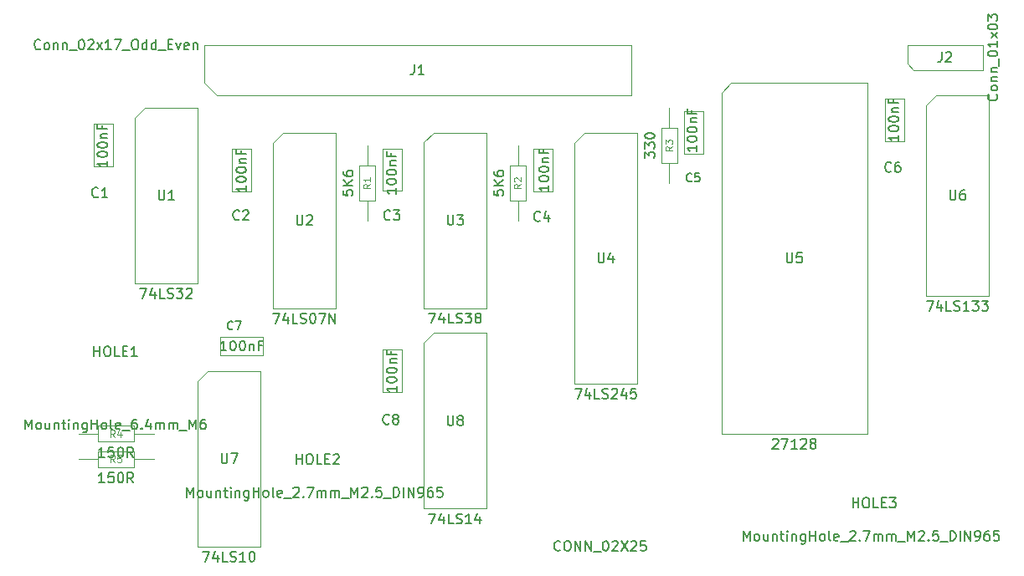
<source format=gbr>
%TF.GenerationSoftware,KiCad,Pcbnew,7.0.9*%
%TF.CreationDate,2024-01-18T21:39:17-03:00*%
%TF.ProjectId,HB3600-Cart,48423336-3030-42d4-9361-72742e6b6963,V1.0*%
%TF.SameCoordinates,Original*%
%TF.FileFunction,AssemblyDrawing,Top*%
%FSLAX46Y46*%
G04 Gerber Fmt 4.6, Leading zero omitted, Abs format (unit mm)*
G04 Created by KiCad (PCBNEW 7.0.9) date 2024-01-18 21:39:17*
%MOMM*%
%LPD*%
G01*
G04 APERTURE LIST*
%ADD10C,0.150000*%
%ADD11C,0.129000*%
%ADD12C,0.108000*%
%ADD13C,0.100000*%
G04 APERTURE END LIST*
D10*
X178961790Y-140664580D02*
X178914171Y-140712200D01*
X178914171Y-140712200D02*
X178771314Y-140759819D01*
X178771314Y-140759819D02*
X178676076Y-140759819D01*
X178676076Y-140759819D02*
X178533219Y-140712200D01*
X178533219Y-140712200D02*
X178437981Y-140616961D01*
X178437981Y-140616961D02*
X178390362Y-140521723D01*
X178390362Y-140521723D02*
X178342743Y-140331247D01*
X178342743Y-140331247D02*
X178342743Y-140188390D01*
X178342743Y-140188390D02*
X178390362Y-139997914D01*
X178390362Y-139997914D02*
X178437981Y-139902676D01*
X178437981Y-139902676D02*
X178533219Y-139807438D01*
X178533219Y-139807438D02*
X178676076Y-139759819D01*
X178676076Y-139759819D02*
X178771314Y-139759819D01*
X178771314Y-139759819D02*
X178914171Y-139807438D01*
X178914171Y-139807438D02*
X178961790Y-139855057D01*
X179580838Y-139759819D02*
X179771314Y-139759819D01*
X179771314Y-139759819D02*
X179866552Y-139807438D01*
X179866552Y-139807438D02*
X179961790Y-139902676D01*
X179961790Y-139902676D02*
X180009409Y-140093152D01*
X180009409Y-140093152D02*
X180009409Y-140426485D01*
X180009409Y-140426485D02*
X179961790Y-140616961D01*
X179961790Y-140616961D02*
X179866552Y-140712200D01*
X179866552Y-140712200D02*
X179771314Y-140759819D01*
X179771314Y-140759819D02*
X179580838Y-140759819D01*
X179580838Y-140759819D02*
X179485600Y-140712200D01*
X179485600Y-140712200D02*
X179390362Y-140616961D01*
X179390362Y-140616961D02*
X179342743Y-140426485D01*
X179342743Y-140426485D02*
X179342743Y-140093152D01*
X179342743Y-140093152D02*
X179390362Y-139902676D01*
X179390362Y-139902676D02*
X179485600Y-139807438D01*
X179485600Y-139807438D02*
X179580838Y-139759819D01*
X180437981Y-140759819D02*
X180437981Y-139759819D01*
X180437981Y-139759819D02*
X181009409Y-140759819D01*
X181009409Y-140759819D02*
X181009409Y-139759819D01*
X181485600Y-140759819D02*
X181485600Y-139759819D01*
X181485600Y-139759819D02*
X182057028Y-140759819D01*
X182057028Y-140759819D02*
X182057028Y-139759819D01*
X182295124Y-140855057D02*
X183057028Y-140855057D01*
X183485600Y-139759819D02*
X183580838Y-139759819D01*
X183580838Y-139759819D02*
X183676076Y-139807438D01*
X183676076Y-139807438D02*
X183723695Y-139855057D01*
X183723695Y-139855057D02*
X183771314Y-139950295D01*
X183771314Y-139950295D02*
X183818933Y-140140771D01*
X183818933Y-140140771D02*
X183818933Y-140378866D01*
X183818933Y-140378866D02*
X183771314Y-140569342D01*
X183771314Y-140569342D02*
X183723695Y-140664580D01*
X183723695Y-140664580D02*
X183676076Y-140712200D01*
X183676076Y-140712200D02*
X183580838Y-140759819D01*
X183580838Y-140759819D02*
X183485600Y-140759819D01*
X183485600Y-140759819D02*
X183390362Y-140712200D01*
X183390362Y-140712200D02*
X183342743Y-140664580D01*
X183342743Y-140664580D02*
X183295124Y-140569342D01*
X183295124Y-140569342D02*
X183247505Y-140378866D01*
X183247505Y-140378866D02*
X183247505Y-140140771D01*
X183247505Y-140140771D02*
X183295124Y-139950295D01*
X183295124Y-139950295D02*
X183342743Y-139855057D01*
X183342743Y-139855057D02*
X183390362Y-139807438D01*
X183390362Y-139807438D02*
X183485600Y-139759819D01*
X184199886Y-139855057D02*
X184247505Y-139807438D01*
X184247505Y-139807438D02*
X184342743Y-139759819D01*
X184342743Y-139759819D02*
X184580838Y-139759819D01*
X184580838Y-139759819D02*
X184676076Y-139807438D01*
X184676076Y-139807438D02*
X184723695Y-139855057D01*
X184723695Y-139855057D02*
X184771314Y-139950295D01*
X184771314Y-139950295D02*
X184771314Y-140045533D01*
X184771314Y-140045533D02*
X184723695Y-140188390D01*
X184723695Y-140188390D02*
X184152267Y-140759819D01*
X184152267Y-140759819D02*
X184771314Y-140759819D01*
X185104648Y-139759819D02*
X185771314Y-140759819D01*
X185771314Y-139759819D02*
X185104648Y-140759819D01*
X186104648Y-139855057D02*
X186152267Y-139807438D01*
X186152267Y-139807438D02*
X186247505Y-139759819D01*
X186247505Y-139759819D02*
X186485600Y-139759819D01*
X186485600Y-139759819D02*
X186580838Y-139807438D01*
X186580838Y-139807438D02*
X186628457Y-139855057D01*
X186628457Y-139855057D02*
X186676076Y-139950295D01*
X186676076Y-139950295D02*
X186676076Y-140045533D01*
X186676076Y-140045533D02*
X186628457Y-140188390D01*
X186628457Y-140188390D02*
X186057029Y-140759819D01*
X186057029Y-140759819D02*
X186676076Y-140759819D01*
X187580838Y-139759819D02*
X187104648Y-139759819D01*
X187104648Y-139759819D02*
X187057029Y-140236009D01*
X187057029Y-140236009D02*
X187104648Y-140188390D01*
X187104648Y-140188390D02*
X187199886Y-140140771D01*
X187199886Y-140140771D02*
X187437981Y-140140771D01*
X187437981Y-140140771D02*
X187533219Y-140188390D01*
X187533219Y-140188390D02*
X187580838Y-140236009D01*
X187580838Y-140236009D02*
X187628457Y-140331247D01*
X187628457Y-140331247D02*
X187628457Y-140569342D01*
X187628457Y-140569342D02*
X187580838Y-140664580D01*
X187580838Y-140664580D02*
X187533219Y-140712200D01*
X187533219Y-140712200D02*
X187437981Y-140759819D01*
X187437981Y-140759819D02*
X187199886Y-140759819D01*
X187199886Y-140759819D02*
X187104648Y-140712200D01*
X187104648Y-140712200D02*
X187057029Y-140664580D01*
X192787619Y-99710219D02*
X192787619Y-100281647D01*
X192787619Y-99995933D02*
X191787619Y-99995933D01*
X191787619Y-99995933D02*
X191930476Y-100091171D01*
X191930476Y-100091171D02*
X192025714Y-100186409D01*
X192025714Y-100186409D02*
X192073333Y-100281647D01*
X191787619Y-99091171D02*
X191787619Y-98995933D01*
X191787619Y-98995933D02*
X191835238Y-98900695D01*
X191835238Y-98900695D02*
X191882857Y-98853076D01*
X191882857Y-98853076D02*
X191978095Y-98805457D01*
X191978095Y-98805457D02*
X192168571Y-98757838D01*
X192168571Y-98757838D02*
X192406666Y-98757838D01*
X192406666Y-98757838D02*
X192597142Y-98805457D01*
X192597142Y-98805457D02*
X192692380Y-98853076D01*
X192692380Y-98853076D02*
X192740000Y-98900695D01*
X192740000Y-98900695D02*
X192787619Y-98995933D01*
X192787619Y-98995933D02*
X192787619Y-99091171D01*
X192787619Y-99091171D02*
X192740000Y-99186409D01*
X192740000Y-99186409D02*
X192692380Y-99234028D01*
X192692380Y-99234028D02*
X192597142Y-99281647D01*
X192597142Y-99281647D02*
X192406666Y-99329266D01*
X192406666Y-99329266D02*
X192168571Y-99329266D01*
X192168571Y-99329266D02*
X191978095Y-99281647D01*
X191978095Y-99281647D02*
X191882857Y-99234028D01*
X191882857Y-99234028D02*
X191835238Y-99186409D01*
X191835238Y-99186409D02*
X191787619Y-99091171D01*
X191787619Y-98138790D02*
X191787619Y-98043552D01*
X191787619Y-98043552D02*
X191835238Y-97948314D01*
X191835238Y-97948314D02*
X191882857Y-97900695D01*
X191882857Y-97900695D02*
X191978095Y-97853076D01*
X191978095Y-97853076D02*
X192168571Y-97805457D01*
X192168571Y-97805457D02*
X192406666Y-97805457D01*
X192406666Y-97805457D02*
X192597142Y-97853076D01*
X192597142Y-97853076D02*
X192692380Y-97900695D01*
X192692380Y-97900695D02*
X192740000Y-97948314D01*
X192740000Y-97948314D02*
X192787619Y-98043552D01*
X192787619Y-98043552D02*
X192787619Y-98138790D01*
X192787619Y-98138790D02*
X192740000Y-98234028D01*
X192740000Y-98234028D02*
X192692380Y-98281647D01*
X192692380Y-98281647D02*
X192597142Y-98329266D01*
X192597142Y-98329266D02*
X192406666Y-98376885D01*
X192406666Y-98376885D02*
X192168571Y-98376885D01*
X192168571Y-98376885D02*
X191978095Y-98329266D01*
X191978095Y-98329266D02*
X191882857Y-98281647D01*
X191882857Y-98281647D02*
X191835238Y-98234028D01*
X191835238Y-98234028D02*
X191787619Y-98138790D01*
X192120952Y-97376885D02*
X192787619Y-97376885D01*
X192216190Y-97376885D02*
X192168571Y-97329266D01*
X192168571Y-97329266D02*
X192120952Y-97234028D01*
X192120952Y-97234028D02*
X192120952Y-97091171D01*
X192120952Y-97091171D02*
X192168571Y-96995933D01*
X192168571Y-96995933D02*
X192263809Y-96948314D01*
X192263809Y-96948314D02*
X192787619Y-96948314D01*
X192263809Y-96138790D02*
X192263809Y-96472123D01*
X192787619Y-96472123D02*
X191787619Y-96472123D01*
X191787619Y-96472123D02*
X191787619Y-95995933D01*
D11*
X192240266Y-103301640D02*
X192199314Y-103342593D01*
X192199314Y-103342593D02*
X192076456Y-103383545D01*
X192076456Y-103383545D02*
X191994552Y-103383545D01*
X191994552Y-103383545D02*
X191871695Y-103342593D01*
X191871695Y-103342593D02*
X191789790Y-103260688D01*
X191789790Y-103260688D02*
X191748837Y-103178783D01*
X191748837Y-103178783D02*
X191707885Y-103014973D01*
X191707885Y-103014973D02*
X191707885Y-102892116D01*
X191707885Y-102892116D02*
X191748837Y-102728307D01*
X191748837Y-102728307D02*
X191789790Y-102646402D01*
X191789790Y-102646402D02*
X191871695Y-102564497D01*
X191871695Y-102564497D02*
X191994552Y-102523545D01*
X191994552Y-102523545D02*
X192076456Y-102523545D01*
X192076456Y-102523545D02*
X192199314Y-102564497D01*
X192199314Y-102564497D02*
X192240266Y-102605450D01*
X193018361Y-102523545D02*
X192608837Y-102523545D01*
X192608837Y-102523545D02*
X192567885Y-102933069D01*
X192567885Y-102933069D02*
X192608837Y-102892116D01*
X192608837Y-102892116D02*
X192690742Y-102851164D01*
X192690742Y-102851164D02*
X192895504Y-102851164D01*
X192895504Y-102851164D02*
X192977409Y-102892116D01*
X192977409Y-102892116D02*
X193018361Y-102933069D01*
X193018361Y-102933069D02*
X193059314Y-103014973D01*
X193059314Y-103014973D02*
X193059314Y-103219735D01*
X193059314Y-103219735D02*
X193018361Y-103301640D01*
X193018361Y-103301640D02*
X192977409Y-103342593D01*
X192977409Y-103342593D02*
X192895504Y-103383545D01*
X192895504Y-103383545D02*
X192690742Y-103383545D01*
X192690742Y-103383545D02*
X192608837Y-103342593D01*
X192608837Y-103342593D02*
X192567885Y-103301640D01*
D10*
X132866783Y-131268869D02*
X132295355Y-131268869D01*
X132581069Y-131268869D02*
X132581069Y-130268869D01*
X132581069Y-130268869D02*
X132485831Y-130411726D01*
X132485831Y-130411726D02*
X132390593Y-130506964D01*
X132390593Y-130506964D02*
X132295355Y-130554583D01*
X133771545Y-130268869D02*
X133295355Y-130268869D01*
X133295355Y-130268869D02*
X133247736Y-130745059D01*
X133247736Y-130745059D02*
X133295355Y-130697440D01*
X133295355Y-130697440D02*
X133390593Y-130649821D01*
X133390593Y-130649821D02*
X133628688Y-130649821D01*
X133628688Y-130649821D02*
X133723926Y-130697440D01*
X133723926Y-130697440D02*
X133771545Y-130745059D01*
X133771545Y-130745059D02*
X133819164Y-130840297D01*
X133819164Y-130840297D02*
X133819164Y-131078392D01*
X133819164Y-131078392D02*
X133771545Y-131173630D01*
X133771545Y-131173630D02*
X133723926Y-131221250D01*
X133723926Y-131221250D02*
X133628688Y-131268869D01*
X133628688Y-131268869D02*
X133390593Y-131268869D01*
X133390593Y-131268869D02*
X133295355Y-131221250D01*
X133295355Y-131221250D02*
X133247736Y-131173630D01*
X134438212Y-130268869D02*
X134533450Y-130268869D01*
X134533450Y-130268869D02*
X134628688Y-130316488D01*
X134628688Y-130316488D02*
X134676307Y-130364107D01*
X134676307Y-130364107D02*
X134723926Y-130459345D01*
X134723926Y-130459345D02*
X134771545Y-130649821D01*
X134771545Y-130649821D02*
X134771545Y-130887916D01*
X134771545Y-130887916D02*
X134723926Y-131078392D01*
X134723926Y-131078392D02*
X134676307Y-131173630D01*
X134676307Y-131173630D02*
X134628688Y-131221250D01*
X134628688Y-131221250D02*
X134533450Y-131268869D01*
X134533450Y-131268869D02*
X134438212Y-131268869D01*
X134438212Y-131268869D02*
X134342974Y-131221250D01*
X134342974Y-131221250D02*
X134295355Y-131173630D01*
X134295355Y-131173630D02*
X134247736Y-131078392D01*
X134247736Y-131078392D02*
X134200117Y-130887916D01*
X134200117Y-130887916D02*
X134200117Y-130649821D01*
X134200117Y-130649821D02*
X134247736Y-130459345D01*
X134247736Y-130459345D02*
X134295355Y-130364107D01*
X134295355Y-130364107D02*
X134342974Y-130316488D01*
X134342974Y-130316488D02*
X134438212Y-130268869D01*
X135771545Y-131268869D02*
X135438212Y-130792678D01*
X135200117Y-131268869D02*
X135200117Y-130268869D01*
X135200117Y-130268869D02*
X135581069Y-130268869D01*
X135581069Y-130268869D02*
X135676307Y-130316488D01*
X135676307Y-130316488D02*
X135723926Y-130364107D01*
X135723926Y-130364107D02*
X135771545Y-130459345D01*
X135771545Y-130459345D02*
X135771545Y-130602202D01*
X135771545Y-130602202D02*
X135723926Y-130697440D01*
X135723926Y-130697440D02*
X135676307Y-130745059D01*
X135676307Y-130745059D02*
X135581069Y-130792678D01*
X135581069Y-130792678D02*
X135200117Y-130792678D01*
D12*
X133913450Y-129221519D02*
X133673450Y-128878662D01*
X133502021Y-129221519D02*
X133502021Y-128501519D01*
X133502021Y-128501519D02*
X133776307Y-128501519D01*
X133776307Y-128501519D02*
X133844878Y-128535805D01*
X133844878Y-128535805D02*
X133879164Y-128570091D01*
X133879164Y-128570091D02*
X133913450Y-128638662D01*
X133913450Y-128638662D02*
X133913450Y-128741519D01*
X133913450Y-128741519D02*
X133879164Y-128810091D01*
X133879164Y-128810091D02*
X133844878Y-128844376D01*
X133844878Y-128844376D02*
X133776307Y-128878662D01*
X133776307Y-128878662D02*
X133502021Y-128878662D01*
X134530593Y-128741519D02*
X134530593Y-129221519D01*
X134359164Y-128467234D02*
X134187735Y-128981519D01*
X134187735Y-128981519D02*
X134633450Y-128981519D01*
D10*
X142826943Y-140845219D02*
X143493609Y-140845219D01*
X143493609Y-140845219D02*
X143065038Y-141845219D01*
X144303133Y-141178552D02*
X144303133Y-141845219D01*
X144065038Y-140797600D02*
X143826943Y-141511885D01*
X143826943Y-141511885D02*
X144445990Y-141511885D01*
X145303133Y-141845219D02*
X144826943Y-141845219D01*
X144826943Y-141845219D02*
X144826943Y-140845219D01*
X145588848Y-141797600D02*
X145731705Y-141845219D01*
X145731705Y-141845219D02*
X145969800Y-141845219D01*
X145969800Y-141845219D02*
X146065038Y-141797600D01*
X146065038Y-141797600D02*
X146112657Y-141749980D01*
X146112657Y-141749980D02*
X146160276Y-141654742D01*
X146160276Y-141654742D02*
X146160276Y-141559504D01*
X146160276Y-141559504D02*
X146112657Y-141464266D01*
X146112657Y-141464266D02*
X146065038Y-141416647D01*
X146065038Y-141416647D02*
X145969800Y-141369028D01*
X145969800Y-141369028D02*
X145779324Y-141321409D01*
X145779324Y-141321409D02*
X145684086Y-141273790D01*
X145684086Y-141273790D02*
X145636467Y-141226171D01*
X145636467Y-141226171D02*
X145588848Y-141130933D01*
X145588848Y-141130933D02*
X145588848Y-141035695D01*
X145588848Y-141035695D02*
X145636467Y-140940457D01*
X145636467Y-140940457D02*
X145684086Y-140892838D01*
X145684086Y-140892838D02*
X145779324Y-140845219D01*
X145779324Y-140845219D02*
X146017419Y-140845219D01*
X146017419Y-140845219D02*
X146160276Y-140892838D01*
X147112657Y-141845219D02*
X146541229Y-141845219D01*
X146826943Y-141845219D02*
X146826943Y-140845219D01*
X146826943Y-140845219D02*
X146731705Y-140988076D01*
X146731705Y-140988076D02*
X146636467Y-141083314D01*
X146636467Y-141083314D02*
X146541229Y-141130933D01*
X147731705Y-140845219D02*
X147826943Y-140845219D01*
X147826943Y-140845219D02*
X147922181Y-140892838D01*
X147922181Y-140892838D02*
X147969800Y-140940457D01*
X147969800Y-140940457D02*
X148017419Y-141035695D01*
X148017419Y-141035695D02*
X148065038Y-141226171D01*
X148065038Y-141226171D02*
X148065038Y-141464266D01*
X148065038Y-141464266D02*
X148017419Y-141654742D01*
X148017419Y-141654742D02*
X147969800Y-141749980D01*
X147969800Y-141749980D02*
X147922181Y-141797600D01*
X147922181Y-141797600D02*
X147826943Y-141845219D01*
X147826943Y-141845219D02*
X147731705Y-141845219D01*
X147731705Y-141845219D02*
X147636467Y-141797600D01*
X147636467Y-141797600D02*
X147588848Y-141749980D01*
X147588848Y-141749980D02*
X147541229Y-141654742D01*
X147541229Y-141654742D02*
X147493610Y-141464266D01*
X147493610Y-141464266D02*
X147493610Y-141226171D01*
X147493610Y-141226171D02*
X147541229Y-141035695D01*
X147541229Y-141035695D02*
X147588848Y-140940457D01*
X147588848Y-140940457D02*
X147636467Y-140892838D01*
X147636467Y-140892838D02*
X147731705Y-140845219D01*
X144707895Y-130895219D02*
X144707895Y-131704742D01*
X144707895Y-131704742D02*
X144755514Y-131799980D01*
X144755514Y-131799980D02*
X144803133Y-131847600D01*
X144803133Y-131847600D02*
X144898371Y-131895219D01*
X144898371Y-131895219D02*
X145088847Y-131895219D01*
X145088847Y-131895219D02*
X145184085Y-131847600D01*
X145184085Y-131847600D02*
X145231704Y-131799980D01*
X145231704Y-131799980D02*
X145279323Y-131704742D01*
X145279323Y-131704742D02*
X145279323Y-130895219D01*
X145660276Y-130895219D02*
X146326942Y-130895219D01*
X146326942Y-130895219D02*
X145898371Y-131895219D01*
X200429324Y-129510457D02*
X200476943Y-129462838D01*
X200476943Y-129462838D02*
X200572181Y-129415219D01*
X200572181Y-129415219D02*
X200810276Y-129415219D01*
X200810276Y-129415219D02*
X200905514Y-129462838D01*
X200905514Y-129462838D02*
X200953133Y-129510457D01*
X200953133Y-129510457D02*
X201000752Y-129605695D01*
X201000752Y-129605695D02*
X201000752Y-129700933D01*
X201000752Y-129700933D02*
X200953133Y-129843790D01*
X200953133Y-129843790D02*
X200381705Y-130415219D01*
X200381705Y-130415219D02*
X201000752Y-130415219D01*
X201334086Y-129415219D02*
X202000752Y-129415219D01*
X202000752Y-129415219D02*
X201572181Y-130415219D01*
X202905514Y-130415219D02*
X202334086Y-130415219D01*
X202619800Y-130415219D02*
X202619800Y-129415219D01*
X202619800Y-129415219D02*
X202524562Y-129558076D01*
X202524562Y-129558076D02*
X202429324Y-129653314D01*
X202429324Y-129653314D02*
X202334086Y-129700933D01*
X203286467Y-129510457D02*
X203334086Y-129462838D01*
X203334086Y-129462838D02*
X203429324Y-129415219D01*
X203429324Y-129415219D02*
X203667419Y-129415219D01*
X203667419Y-129415219D02*
X203762657Y-129462838D01*
X203762657Y-129462838D02*
X203810276Y-129510457D01*
X203810276Y-129510457D02*
X203857895Y-129605695D01*
X203857895Y-129605695D02*
X203857895Y-129700933D01*
X203857895Y-129700933D02*
X203810276Y-129843790D01*
X203810276Y-129843790D02*
X203238848Y-130415219D01*
X203238848Y-130415219D02*
X203857895Y-130415219D01*
X204429324Y-129843790D02*
X204334086Y-129796171D01*
X204334086Y-129796171D02*
X204286467Y-129748552D01*
X204286467Y-129748552D02*
X204238848Y-129653314D01*
X204238848Y-129653314D02*
X204238848Y-129605695D01*
X204238848Y-129605695D02*
X204286467Y-129510457D01*
X204286467Y-129510457D02*
X204334086Y-129462838D01*
X204334086Y-129462838D02*
X204429324Y-129415219D01*
X204429324Y-129415219D02*
X204619800Y-129415219D01*
X204619800Y-129415219D02*
X204715038Y-129462838D01*
X204715038Y-129462838D02*
X204762657Y-129510457D01*
X204762657Y-129510457D02*
X204810276Y-129605695D01*
X204810276Y-129605695D02*
X204810276Y-129653314D01*
X204810276Y-129653314D02*
X204762657Y-129748552D01*
X204762657Y-129748552D02*
X204715038Y-129796171D01*
X204715038Y-129796171D02*
X204619800Y-129843790D01*
X204619800Y-129843790D02*
X204429324Y-129843790D01*
X204429324Y-129843790D02*
X204334086Y-129891409D01*
X204334086Y-129891409D02*
X204286467Y-129939028D01*
X204286467Y-129939028D02*
X204238848Y-130034266D01*
X204238848Y-130034266D02*
X204238848Y-130224742D01*
X204238848Y-130224742D02*
X204286467Y-130319980D01*
X204286467Y-130319980D02*
X204334086Y-130367600D01*
X204334086Y-130367600D02*
X204429324Y-130415219D01*
X204429324Y-130415219D02*
X204619800Y-130415219D01*
X204619800Y-130415219D02*
X204715038Y-130367600D01*
X204715038Y-130367600D02*
X204762657Y-130319980D01*
X204762657Y-130319980D02*
X204810276Y-130224742D01*
X204810276Y-130224742D02*
X204810276Y-130034266D01*
X204810276Y-130034266D02*
X204762657Y-129939028D01*
X204762657Y-129939028D02*
X204715038Y-129891409D01*
X204715038Y-129891409D02*
X204619800Y-129843790D01*
X201857895Y-110575219D02*
X201857895Y-111384742D01*
X201857895Y-111384742D02*
X201905514Y-111479980D01*
X201905514Y-111479980D02*
X201953133Y-111527600D01*
X201953133Y-111527600D02*
X202048371Y-111575219D01*
X202048371Y-111575219D02*
X202238847Y-111575219D01*
X202238847Y-111575219D02*
X202334085Y-111527600D01*
X202334085Y-111527600D02*
X202381704Y-111479980D01*
X202381704Y-111479980D02*
X202429323Y-111384742D01*
X202429323Y-111384742D02*
X202429323Y-110575219D01*
X203381704Y-110575219D02*
X202905514Y-110575219D01*
X202905514Y-110575219D02*
X202857895Y-111051409D01*
X202857895Y-111051409D02*
X202905514Y-111003790D01*
X202905514Y-111003790D02*
X203000752Y-110956171D01*
X203000752Y-110956171D02*
X203238847Y-110956171D01*
X203238847Y-110956171D02*
X203334085Y-111003790D01*
X203334085Y-111003790D02*
X203381704Y-111051409D01*
X203381704Y-111051409D02*
X203429323Y-111146647D01*
X203429323Y-111146647D02*
X203429323Y-111384742D01*
X203429323Y-111384742D02*
X203381704Y-111479980D01*
X203381704Y-111479980D02*
X203334085Y-111527600D01*
X203334085Y-111527600D02*
X203238847Y-111575219D01*
X203238847Y-111575219D02*
X203000752Y-111575219D01*
X203000752Y-111575219D02*
X202905514Y-111527600D01*
X202905514Y-111527600D02*
X202857895Y-111479980D01*
X156974619Y-104238495D02*
X156974619Y-104714685D01*
X156974619Y-104714685D02*
X157450809Y-104762304D01*
X157450809Y-104762304D02*
X157403190Y-104714685D01*
X157403190Y-104714685D02*
X157355571Y-104619447D01*
X157355571Y-104619447D02*
X157355571Y-104381352D01*
X157355571Y-104381352D02*
X157403190Y-104286114D01*
X157403190Y-104286114D02*
X157450809Y-104238495D01*
X157450809Y-104238495D02*
X157546047Y-104190876D01*
X157546047Y-104190876D02*
X157784142Y-104190876D01*
X157784142Y-104190876D02*
X157879380Y-104238495D01*
X157879380Y-104238495D02*
X157927000Y-104286114D01*
X157927000Y-104286114D02*
X157974619Y-104381352D01*
X157974619Y-104381352D02*
X157974619Y-104619447D01*
X157974619Y-104619447D02*
X157927000Y-104714685D01*
X157927000Y-104714685D02*
X157879380Y-104762304D01*
X157974619Y-103762304D02*
X156974619Y-103762304D01*
X157974619Y-103190876D02*
X157403190Y-103619447D01*
X156974619Y-103190876D02*
X157546047Y-103762304D01*
X156974619Y-102333733D02*
X156974619Y-102524209D01*
X156974619Y-102524209D02*
X157022238Y-102619447D01*
X157022238Y-102619447D02*
X157069857Y-102667066D01*
X157069857Y-102667066D02*
X157212714Y-102762304D01*
X157212714Y-102762304D02*
X157403190Y-102809923D01*
X157403190Y-102809923D02*
X157784142Y-102809923D01*
X157784142Y-102809923D02*
X157879380Y-102762304D01*
X157879380Y-102762304D02*
X157927000Y-102714685D01*
X157927000Y-102714685D02*
X157974619Y-102619447D01*
X157974619Y-102619447D02*
X157974619Y-102428971D01*
X157974619Y-102428971D02*
X157927000Y-102333733D01*
X157927000Y-102333733D02*
X157879380Y-102286114D01*
X157879380Y-102286114D02*
X157784142Y-102238495D01*
X157784142Y-102238495D02*
X157546047Y-102238495D01*
X157546047Y-102238495D02*
X157450809Y-102286114D01*
X157450809Y-102286114D02*
X157403190Y-102333733D01*
X157403190Y-102333733D02*
X157355571Y-102428971D01*
X157355571Y-102428971D02*
X157355571Y-102619447D01*
X157355571Y-102619447D02*
X157403190Y-102714685D01*
X157403190Y-102714685D02*
X157450809Y-102762304D01*
X157450809Y-102762304D02*
X157546047Y-102809923D01*
D12*
X159767269Y-103620399D02*
X159424412Y-103860399D01*
X159767269Y-104031828D02*
X159047269Y-104031828D01*
X159047269Y-104031828D02*
X159047269Y-103757542D01*
X159047269Y-103757542D02*
X159081555Y-103688971D01*
X159081555Y-103688971D02*
X159115841Y-103654685D01*
X159115841Y-103654685D02*
X159184412Y-103620399D01*
X159184412Y-103620399D02*
X159287269Y-103620399D01*
X159287269Y-103620399D02*
X159355841Y-103654685D01*
X159355841Y-103654685D02*
X159390126Y-103688971D01*
X159390126Y-103688971D02*
X159424412Y-103757542D01*
X159424412Y-103757542D02*
X159424412Y-104031828D01*
X159767269Y-102934685D02*
X159767269Y-103346114D01*
X159767269Y-103140399D02*
X159047269Y-103140399D01*
X159047269Y-103140399D02*
X159150126Y-103208971D01*
X159150126Y-103208971D02*
X159218698Y-103277542D01*
X159218698Y-103277542D02*
X159252984Y-103346114D01*
D10*
X165686943Y-116689819D02*
X166353609Y-116689819D01*
X166353609Y-116689819D02*
X165925038Y-117689819D01*
X167163133Y-117023152D02*
X167163133Y-117689819D01*
X166925038Y-116642200D02*
X166686943Y-117356485D01*
X166686943Y-117356485D02*
X167305990Y-117356485D01*
X168163133Y-117689819D02*
X167686943Y-117689819D01*
X167686943Y-117689819D02*
X167686943Y-116689819D01*
X168448848Y-117642200D02*
X168591705Y-117689819D01*
X168591705Y-117689819D02*
X168829800Y-117689819D01*
X168829800Y-117689819D02*
X168925038Y-117642200D01*
X168925038Y-117642200D02*
X168972657Y-117594580D01*
X168972657Y-117594580D02*
X169020276Y-117499342D01*
X169020276Y-117499342D02*
X169020276Y-117404104D01*
X169020276Y-117404104D02*
X168972657Y-117308866D01*
X168972657Y-117308866D02*
X168925038Y-117261247D01*
X168925038Y-117261247D02*
X168829800Y-117213628D01*
X168829800Y-117213628D02*
X168639324Y-117166009D01*
X168639324Y-117166009D02*
X168544086Y-117118390D01*
X168544086Y-117118390D02*
X168496467Y-117070771D01*
X168496467Y-117070771D02*
X168448848Y-116975533D01*
X168448848Y-116975533D02*
X168448848Y-116880295D01*
X168448848Y-116880295D02*
X168496467Y-116785057D01*
X168496467Y-116785057D02*
X168544086Y-116737438D01*
X168544086Y-116737438D02*
X168639324Y-116689819D01*
X168639324Y-116689819D02*
X168877419Y-116689819D01*
X168877419Y-116689819D02*
X169020276Y-116737438D01*
X169353610Y-116689819D02*
X169972657Y-116689819D01*
X169972657Y-116689819D02*
X169639324Y-117070771D01*
X169639324Y-117070771D02*
X169782181Y-117070771D01*
X169782181Y-117070771D02*
X169877419Y-117118390D01*
X169877419Y-117118390D02*
X169925038Y-117166009D01*
X169925038Y-117166009D02*
X169972657Y-117261247D01*
X169972657Y-117261247D02*
X169972657Y-117499342D01*
X169972657Y-117499342D02*
X169925038Y-117594580D01*
X169925038Y-117594580D02*
X169877419Y-117642200D01*
X169877419Y-117642200D02*
X169782181Y-117689819D01*
X169782181Y-117689819D02*
X169496467Y-117689819D01*
X169496467Y-117689819D02*
X169401229Y-117642200D01*
X169401229Y-117642200D02*
X169353610Y-117594580D01*
X170544086Y-117118390D02*
X170448848Y-117070771D01*
X170448848Y-117070771D02*
X170401229Y-117023152D01*
X170401229Y-117023152D02*
X170353610Y-116927914D01*
X170353610Y-116927914D02*
X170353610Y-116880295D01*
X170353610Y-116880295D02*
X170401229Y-116785057D01*
X170401229Y-116785057D02*
X170448848Y-116737438D01*
X170448848Y-116737438D02*
X170544086Y-116689819D01*
X170544086Y-116689819D02*
X170734562Y-116689819D01*
X170734562Y-116689819D02*
X170829800Y-116737438D01*
X170829800Y-116737438D02*
X170877419Y-116785057D01*
X170877419Y-116785057D02*
X170925038Y-116880295D01*
X170925038Y-116880295D02*
X170925038Y-116927914D01*
X170925038Y-116927914D02*
X170877419Y-117023152D01*
X170877419Y-117023152D02*
X170829800Y-117070771D01*
X170829800Y-117070771D02*
X170734562Y-117118390D01*
X170734562Y-117118390D02*
X170544086Y-117118390D01*
X170544086Y-117118390D02*
X170448848Y-117166009D01*
X170448848Y-117166009D02*
X170401229Y-117213628D01*
X170401229Y-117213628D02*
X170353610Y-117308866D01*
X170353610Y-117308866D02*
X170353610Y-117499342D01*
X170353610Y-117499342D02*
X170401229Y-117594580D01*
X170401229Y-117594580D02*
X170448848Y-117642200D01*
X170448848Y-117642200D02*
X170544086Y-117689819D01*
X170544086Y-117689819D02*
X170734562Y-117689819D01*
X170734562Y-117689819D02*
X170829800Y-117642200D01*
X170829800Y-117642200D02*
X170877419Y-117594580D01*
X170877419Y-117594580D02*
X170925038Y-117499342D01*
X170925038Y-117499342D02*
X170925038Y-117308866D01*
X170925038Y-117308866D02*
X170877419Y-117213628D01*
X170877419Y-117213628D02*
X170829800Y-117166009D01*
X170829800Y-117166009D02*
X170734562Y-117118390D01*
X167567895Y-106739819D02*
X167567895Y-107549342D01*
X167567895Y-107549342D02*
X167615514Y-107644580D01*
X167615514Y-107644580D02*
X167663133Y-107692200D01*
X167663133Y-107692200D02*
X167758371Y-107739819D01*
X167758371Y-107739819D02*
X167948847Y-107739819D01*
X167948847Y-107739819D02*
X168044085Y-107692200D01*
X168044085Y-107692200D02*
X168091704Y-107644580D01*
X168091704Y-107644580D02*
X168139323Y-107549342D01*
X168139323Y-107549342D02*
X168139323Y-106739819D01*
X168520276Y-106739819D02*
X169139323Y-106739819D01*
X169139323Y-106739819D02*
X168805990Y-107120771D01*
X168805990Y-107120771D02*
X168948847Y-107120771D01*
X168948847Y-107120771D02*
X169044085Y-107168390D01*
X169044085Y-107168390D02*
X169091704Y-107216009D01*
X169091704Y-107216009D02*
X169139323Y-107311247D01*
X169139323Y-107311247D02*
X169139323Y-107549342D01*
X169139323Y-107549342D02*
X169091704Y-107644580D01*
X169091704Y-107644580D02*
X169044085Y-107692200D01*
X169044085Y-107692200D02*
X168948847Y-107739819D01*
X168948847Y-107739819D02*
X168663133Y-107739819D01*
X168663133Y-107739819D02*
X168567895Y-107692200D01*
X168567895Y-107692200D02*
X168520276Y-107644580D01*
X147194619Y-103803419D02*
X147194619Y-104374847D01*
X147194619Y-104089133D02*
X146194619Y-104089133D01*
X146194619Y-104089133D02*
X146337476Y-104184371D01*
X146337476Y-104184371D02*
X146432714Y-104279609D01*
X146432714Y-104279609D02*
X146480333Y-104374847D01*
X146194619Y-103184371D02*
X146194619Y-103089133D01*
X146194619Y-103089133D02*
X146242238Y-102993895D01*
X146242238Y-102993895D02*
X146289857Y-102946276D01*
X146289857Y-102946276D02*
X146385095Y-102898657D01*
X146385095Y-102898657D02*
X146575571Y-102851038D01*
X146575571Y-102851038D02*
X146813666Y-102851038D01*
X146813666Y-102851038D02*
X147004142Y-102898657D01*
X147004142Y-102898657D02*
X147099380Y-102946276D01*
X147099380Y-102946276D02*
X147147000Y-102993895D01*
X147147000Y-102993895D02*
X147194619Y-103089133D01*
X147194619Y-103089133D02*
X147194619Y-103184371D01*
X147194619Y-103184371D02*
X147147000Y-103279609D01*
X147147000Y-103279609D02*
X147099380Y-103327228D01*
X147099380Y-103327228D02*
X147004142Y-103374847D01*
X147004142Y-103374847D02*
X146813666Y-103422466D01*
X146813666Y-103422466D02*
X146575571Y-103422466D01*
X146575571Y-103422466D02*
X146385095Y-103374847D01*
X146385095Y-103374847D02*
X146289857Y-103327228D01*
X146289857Y-103327228D02*
X146242238Y-103279609D01*
X146242238Y-103279609D02*
X146194619Y-103184371D01*
X146194619Y-102231990D02*
X146194619Y-102136752D01*
X146194619Y-102136752D02*
X146242238Y-102041514D01*
X146242238Y-102041514D02*
X146289857Y-101993895D01*
X146289857Y-101993895D02*
X146385095Y-101946276D01*
X146385095Y-101946276D02*
X146575571Y-101898657D01*
X146575571Y-101898657D02*
X146813666Y-101898657D01*
X146813666Y-101898657D02*
X147004142Y-101946276D01*
X147004142Y-101946276D02*
X147099380Y-101993895D01*
X147099380Y-101993895D02*
X147147000Y-102041514D01*
X147147000Y-102041514D02*
X147194619Y-102136752D01*
X147194619Y-102136752D02*
X147194619Y-102231990D01*
X147194619Y-102231990D02*
X147147000Y-102327228D01*
X147147000Y-102327228D02*
X147099380Y-102374847D01*
X147099380Y-102374847D02*
X147004142Y-102422466D01*
X147004142Y-102422466D02*
X146813666Y-102470085D01*
X146813666Y-102470085D02*
X146575571Y-102470085D01*
X146575571Y-102470085D02*
X146385095Y-102422466D01*
X146385095Y-102422466D02*
X146289857Y-102374847D01*
X146289857Y-102374847D02*
X146242238Y-102327228D01*
X146242238Y-102327228D02*
X146194619Y-102231990D01*
X146527952Y-101470085D02*
X147194619Y-101470085D01*
X146623190Y-101470085D02*
X146575571Y-101422466D01*
X146575571Y-101422466D02*
X146527952Y-101327228D01*
X146527952Y-101327228D02*
X146527952Y-101184371D01*
X146527952Y-101184371D02*
X146575571Y-101089133D01*
X146575571Y-101089133D02*
X146670809Y-101041514D01*
X146670809Y-101041514D02*
X147194619Y-101041514D01*
X146670809Y-100231990D02*
X146670809Y-100565323D01*
X147194619Y-100565323D02*
X146194619Y-100565323D01*
X146194619Y-100565323D02*
X146194619Y-100089133D01*
D11*
X146496933Y-107163072D02*
X146449314Y-107210692D01*
X146449314Y-107210692D02*
X146306457Y-107258311D01*
X146306457Y-107258311D02*
X146211219Y-107258311D01*
X146211219Y-107258311D02*
X146068362Y-107210692D01*
X146068362Y-107210692D02*
X145973124Y-107115453D01*
X145973124Y-107115453D02*
X145925505Y-107020215D01*
X145925505Y-107020215D02*
X145877886Y-106829739D01*
X145877886Y-106829739D02*
X145877886Y-106686882D01*
X145877886Y-106686882D02*
X145925505Y-106496406D01*
X145925505Y-106496406D02*
X145973124Y-106401168D01*
X145973124Y-106401168D02*
X146068362Y-106305930D01*
X146068362Y-106305930D02*
X146211219Y-106258311D01*
X146211219Y-106258311D02*
X146306457Y-106258311D01*
X146306457Y-106258311D02*
X146449314Y-106305930D01*
X146449314Y-106305930D02*
X146496933Y-106353549D01*
X146877886Y-106353549D02*
X146925505Y-106305930D01*
X146925505Y-106305930D02*
X147020743Y-106258311D01*
X147020743Y-106258311D02*
X147258838Y-106258311D01*
X147258838Y-106258311D02*
X147354076Y-106305930D01*
X147354076Y-106305930D02*
X147401695Y-106353549D01*
X147401695Y-106353549D02*
X147449314Y-106448787D01*
X147449314Y-106448787D02*
X147449314Y-106544025D01*
X147449314Y-106544025D02*
X147401695Y-106686882D01*
X147401695Y-106686882D02*
X146830267Y-107258311D01*
X146830267Y-107258311D02*
X147449314Y-107258311D01*
D10*
X145192180Y-120490619D02*
X144620752Y-120490619D01*
X144906466Y-120490619D02*
X144906466Y-119490619D01*
X144906466Y-119490619D02*
X144811228Y-119633476D01*
X144811228Y-119633476D02*
X144715990Y-119728714D01*
X144715990Y-119728714D02*
X144620752Y-119776333D01*
X145811228Y-119490619D02*
X145906466Y-119490619D01*
X145906466Y-119490619D02*
X146001704Y-119538238D01*
X146001704Y-119538238D02*
X146049323Y-119585857D01*
X146049323Y-119585857D02*
X146096942Y-119681095D01*
X146096942Y-119681095D02*
X146144561Y-119871571D01*
X146144561Y-119871571D02*
X146144561Y-120109666D01*
X146144561Y-120109666D02*
X146096942Y-120300142D01*
X146096942Y-120300142D02*
X146049323Y-120395380D01*
X146049323Y-120395380D02*
X146001704Y-120443000D01*
X146001704Y-120443000D02*
X145906466Y-120490619D01*
X145906466Y-120490619D02*
X145811228Y-120490619D01*
X145811228Y-120490619D02*
X145715990Y-120443000D01*
X145715990Y-120443000D02*
X145668371Y-120395380D01*
X145668371Y-120395380D02*
X145620752Y-120300142D01*
X145620752Y-120300142D02*
X145573133Y-120109666D01*
X145573133Y-120109666D02*
X145573133Y-119871571D01*
X145573133Y-119871571D02*
X145620752Y-119681095D01*
X145620752Y-119681095D02*
X145668371Y-119585857D01*
X145668371Y-119585857D02*
X145715990Y-119538238D01*
X145715990Y-119538238D02*
X145811228Y-119490619D01*
X146763609Y-119490619D02*
X146858847Y-119490619D01*
X146858847Y-119490619D02*
X146954085Y-119538238D01*
X146954085Y-119538238D02*
X147001704Y-119585857D01*
X147001704Y-119585857D02*
X147049323Y-119681095D01*
X147049323Y-119681095D02*
X147096942Y-119871571D01*
X147096942Y-119871571D02*
X147096942Y-120109666D01*
X147096942Y-120109666D02*
X147049323Y-120300142D01*
X147049323Y-120300142D02*
X147001704Y-120395380D01*
X147001704Y-120395380D02*
X146954085Y-120443000D01*
X146954085Y-120443000D02*
X146858847Y-120490619D01*
X146858847Y-120490619D02*
X146763609Y-120490619D01*
X146763609Y-120490619D02*
X146668371Y-120443000D01*
X146668371Y-120443000D02*
X146620752Y-120395380D01*
X146620752Y-120395380D02*
X146573133Y-120300142D01*
X146573133Y-120300142D02*
X146525514Y-120109666D01*
X146525514Y-120109666D02*
X146525514Y-119871571D01*
X146525514Y-119871571D02*
X146573133Y-119681095D01*
X146573133Y-119681095D02*
X146620752Y-119585857D01*
X146620752Y-119585857D02*
X146668371Y-119538238D01*
X146668371Y-119538238D02*
X146763609Y-119490619D01*
X147525514Y-119823952D02*
X147525514Y-120490619D01*
X147525514Y-119919190D02*
X147573133Y-119871571D01*
X147573133Y-119871571D02*
X147668371Y-119823952D01*
X147668371Y-119823952D02*
X147811228Y-119823952D01*
X147811228Y-119823952D02*
X147906466Y-119871571D01*
X147906466Y-119871571D02*
X147954085Y-119966809D01*
X147954085Y-119966809D02*
X147954085Y-120490619D01*
X148763609Y-119966809D02*
X148430276Y-119966809D01*
X148430276Y-120490619D02*
X148430276Y-119490619D01*
X148430276Y-119490619D02*
X148906466Y-119490619D01*
D11*
X145834466Y-118287640D02*
X145793514Y-118328593D01*
X145793514Y-118328593D02*
X145670656Y-118369545D01*
X145670656Y-118369545D02*
X145588752Y-118369545D01*
X145588752Y-118369545D02*
X145465895Y-118328593D01*
X145465895Y-118328593D02*
X145383990Y-118246688D01*
X145383990Y-118246688D02*
X145343037Y-118164783D01*
X145343037Y-118164783D02*
X145302085Y-118000973D01*
X145302085Y-118000973D02*
X145302085Y-117878116D01*
X145302085Y-117878116D02*
X145343037Y-117714307D01*
X145343037Y-117714307D02*
X145383990Y-117632402D01*
X145383990Y-117632402D02*
X145465895Y-117550497D01*
X145465895Y-117550497D02*
X145588752Y-117509545D01*
X145588752Y-117509545D02*
X145670656Y-117509545D01*
X145670656Y-117509545D02*
X145793514Y-117550497D01*
X145793514Y-117550497D02*
X145834466Y-117591450D01*
X146121133Y-117509545D02*
X146694466Y-117509545D01*
X146694466Y-117509545D02*
X146325895Y-118369545D01*
D10*
X187505419Y-100976113D02*
X187505419Y-100357066D01*
X187505419Y-100357066D02*
X187886371Y-100690399D01*
X187886371Y-100690399D02*
X187886371Y-100547542D01*
X187886371Y-100547542D02*
X187933990Y-100452304D01*
X187933990Y-100452304D02*
X187981609Y-100404685D01*
X187981609Y-100404685D02*
X188076847Y-100357066D01*
X188076847Y-100357066D02*
X188314942Y-100357066D01*
X188314942Y-100357066D02*
X188410180Y-100404685D01*
X188410180Y-100404685D02*
X188457800Y-100452304D01*
X188457800Y-100452304D02*
X188505419Y-100547542D01*
X188505419Y-100547542D02*
X188505419Y-100833256D01*
X188505419Y-100833256D02*
X188457800Y-100928494D01*
X188457800Y-100928494D02*
X188410180Y-100976113D01*
X187505419Y-100023732D02*
X187505419Y-99404685D01*
X187505419Y-99404685D02*
X187886371Y-99738018D01*
X187886371Y-99738018D02*
X187886371Y-99595161D01*
X187886371Y-99595161D02*
X187933990Y-99499923D01*
X187933990Y-99499923D02*
X187981609Y-99452304D01*
X187981609Y-99452304D02*
X188076847Y-99404685D01*
X188076847Y-99404685D02*
X188314942Y-99404685D01*
X188314942Y-99404685D02*
X188410180Y-99452304D01*
X188410180Y-99452304D02*
X188457800Y-99499923D01*
X188457800Y-99499923D02*
X188505419Y-99595161D01*
X188505419Y-99595161D02*
X188505419Y-99880875D01*
X188505419Y-99880875D02*
X188457800Y-99976113D01*
X188457800Y-99976113D02*
X188410180Y-100023732D01*
X187505419Y-98785637D02*
X187505419Y-98690399D01*
X187505419Y-98690399D02*
X187553038Y-98595161D01*
X187553038Y-98595161D02*
X187600657Y-98547542D01*
X187600657Y-98547542D02*
X187695895Y-98499923D01*
X187695895Y-98499923D02*
X187886371Y-98452304D01*
X187886371Y-98452304D02*
X188124466Y-98452304D01*
X188124466Y-98452304D02*
X188314942Y-98499923D01*
X188314942Y-98499923D02*
X188410180Y-98547542D01*
X188410180Y-98547542D02*
X188457800Y-98595161D01*
X188457800Y-98595161D02*
X188505419Y-98690399D01*
X188505419Y-98690399D02*
X188505419Y-98785637D01*
X188505419Y-98785637D02*
X188457800Y-98880875D01*
X188457800Y-98880875D02*
X188410180Y-98928494D01*
X188410180Y-98928494D02*
X188314942Y-98976113D01*
X188314942Y-98976113D02*
X188124466Y-99023732D01*
X188124466Y-99023732D02*
X187886371Y-99023732D01*
X187886371Y-99023732D02*
X187695895Y-98976113D01*
X187695895Y-98976113D02*
X187600657Y-98928494D01*
X187600657Y-98928494D02*
X187553038Y-98880875D01*
X187553038Y-98880875D02*
X187505419Y-98785637D01*
D12*
X190298069Y-99810399D02*
X189955212Y-100050399D01*
X190298069Y-100221828D02*
X189578069Y-100221828D01*
X189578069Y-100221828D02*
X189578069Y-99947542D01*
X189578069Y-99947542D02*
X189612355Y-99878971D01*
X189612355Y-99878971D02*
X189646641Y-99844685D01*
X189646641Y-99844685D02*
X189715212Y-99810399D01*
X189715212Y-99810399D02*
X189818069Y-99810399D01*
X189818069Y-99810399D02*
X189886641Y-99844685D01*
X189886641Y-99844685D02*
X189920926Y-99878971D01*
X189920926Y-99878971D02*
X189955212Y-99947542D01*
X189955212Y-99947542D02*
X189955212Y-100221828D01*
X189578069Y-99570399D02*
X189578069Y-99124685D01*
X189578069Y-99124685D02*
X189852355Y-99364685D01*
X189852355Y-99364685D02*
X189852355Y-99261828D01*
X189852355Y-99261828D02*
X189886641Y-99193257D01*
X189886641Y-99193257D02*
X189920926Y-99158971D01*
X189920926Y-99158971D02*
X189989498Y-99124685D01*
X189989498Y-99124685D02*
X190160926Y-99124685D01*
X190160926Y-99124685D02*
X190229498Y-99158971D01*
X190229498Y-99158971D02*
X190263784Y-99193257D01*
X190263784Y-99193257D02*
X190298069Y-99261828D01*
X190298069Y-99261828D02*
X190298069Y-99467542D01*
X190298069Y-99467542D02*
X190263784Y-99536114D01*
X190263784Y-99536114D02*
X190229498Y-99570399D01*
D10*
X197481088Y-139734669D02*
X197481088Y-138734669D01*
X197481088Y-138734669D02*
X197814421Y-139448954D01*
X197814421Y-139448954D02*
X198147754Y-138734669D01*
X198147754Y-138734669D02*
X198147754Y-139734669D01*
X198766802Y-139734669D02*
X198671564Y-139687050D01*
X198671564Y-139687050D02*
X198623945Y-139639430D01*
X198623945Y-139639430D02*
X198576326Y-139544192D01*
X198576326Y-139544192D02*
X198576326Y-139258478D01*
X198576326Y-139258478D02*
X198623945Y-139163240D01*
X198623945Y-139163240D02*
X198671564Y-139115621D01*
X198671564Y-139115621D02*
X198766802Y-139068002D01*
X198766802Y-139068002D02*
X198909659Y-139068002D01*
X198909659Y-139068002D02*
X199004897Y-139115621D01*
X199004897Y-139115621D02*
X199052516Y-139163240D01*
X199052516Y-139163240D02*
X199100135Y-139258478D01*
X199100135Y-139258478D02*
X199100135Y-139544192D01*
X199100135Y-139544192D02*
X199052516Y-139639430D01*
X199052516Y-139639430D02*
X199004897Y-139687050D01*
X199004897Y-139687050D02*
X198909659Y-139734669D01*
X198909659Y-139734669D02*
X198766802Y-139734669D01*
X199957278Y-139068002D02*
X199957278Y-139734669D01*
X199528707Y-139068002D02*
X199528707Y-139591811D01*
X199528707Y-139591811D02*
X199576326Y-139687050D01*
X199576326Y-139687050D02*
X199671564Y-139734669D01*
X199671564Y-139734669D02*
X199814421Y-139734669D01*
X199814421Y-139734669D02*
X199909659Y-139687050D01*
X199909659Y-139687050D02*
X199957278Y-139639430D01*
X200433469Y-139068002D02*
X200433469Y-139734669D01*
X200433469Y-139163240D02*
X200481088Y-139115621D01*
X200481088Y-139115621D02*
X200576326Y-139068002D01*
X200576326Y-139068002D02*
X200719183Y-139068002D01*
X200719183Y-139068002D02*
X200814421Y-139115621D01*
X200814421Y-139115621D02*
X200862040Y-139210859D01*
X200862040Y-139210859D02*
X200862040Y-139734669D01*
X201195374Y-139068002D02*
X201576326Y-139068002D01*
X201338231Y-138734669D02*
X201338231Y-139591811D01*
X201338231Y-139591811D02*
X201385850Y-139687050D01*
X201385850Y-139687050D02*
X201481088Y-139734669D01*
X201481088Y-139734669D02*
X201576326Y-139734669D01*
X201909660Y-139734669D02*
X201909660Y-139068002D01*
X201909660Y-138734669D02*
X201862041Y-138782288D01*
X201862041Y-138782288D02*
X201909660Y-138829907D01*
X201909660Y-138829907D02*
X201957279Y-138782288D01*
X201957279Y-138782288D02*
X201909660Y-138734669D01*
X201909660Y-138734669D02*
X201909660Y-138829907D01*
X202385850Y-139068002D02*
X202385850Y-139734669D01*
X202385850Y-139163240D02*
X202433469Y-139115621D01*
X202433469Y-139115621D02*
X202528707Y-139068002D01*
X202528707Y-139068002D02*
X202671564Y-139068002D01*
X202671564Y-139068002D02*
X202766802Y-139115621D01*
X202766802Y-139115621D02*
X202814421Y-139210859D01*
X202814421Y-139210859D02*
X202814421Y-139734669D01*
X203719183Y-139068002D02*
X203719183Y-139877526D01*
X203719183Y-139877526D02*
X203671564Y-139972764D01*
X203671564Y-139972764D02*
X203623945Y-140020383D01*
X203623945Y-140020383D02*
X203528707Y-140068002D01*
X203528707Y-140068002D02*
X203385850Y-140068002D01*
X203385850Y-140068002D02*
X203290612Y-140020383D01*
X203719183Y-139687050D02*
X203623945Y-139734669D01*
X203623945Y-139734669D02*
X203433469Y-139734669D01*
X203433469Y-139734669D02*
X203338231Y-139687050D01*
X203338231Y-139687050D02*
X203290612Y-139639430D01*
X203290612Y-139639430D02*
X203242993Y-139544192D01*
X203242993Y-139544192D02*
X203242993Y-139258478D01*
X203242993Y-139258478D02*
X203290612Y-139163240D01*
X203290612Y-139163240D02*
X203338231Y-139115621D01*
X203338231Y-139115621D02*
X203433469Y-139068002D01*
X203433469Y-139068002D02*
X203623945Y-139068002D01*
X203623945Y-139068002D02*
X203719183Y-139115621D01*
X204195374Y-139734669D02*
X204195374Y-138734669D01*
X204195374Y-139210859D02*
X204766802Y-139210859D01*
X204766802Y-139734669D02*
X204766802Y-138734669D01*
X205385850Y-139734669D02*
X205290612Y-139687050D01*
X205290612Y-139687050D02*
X205242993Y-139639430D01*
X205242993Y-139639430D02*
X205195374Y-139544192D01*
X205195374Y-139544192D02*
X205195374Y-139258478D01*
X205195374Y-139258478D02*
X205242993Y-139163240D01*
X205242993Y-139163240D02*
X205290612Y-139115621D01*
X205290612Y-139115621D02*
X205385850Y-139068002D01*
X205385850Y-139068002D02*
X205528707Y-139068002D01*
X205528707Y-139068002D02*
X205623945Y-139115621D01*
X205623945Y-139115621D02*
X205671564Y-139163240D01*
X205671564Y-139163240D02*
X205719183Y-139258478D01*
X205719183Y-139258478D02*
X205719183Y-139544192D01*
X205719183Y-139544192D02*
X205671564Y-139639430D01*
X205671564Y-139639430D02*
X205623945Y-139687050D01*
X205623945Y-139687050D02*
X205528707Y-139734669D01*
X205528707Y-139734669D02*
X205385850Y-139734669D01*
X206290612Y-139734669D02*
X206195374Y-139687050D01*
X206195374Y-139687050D02*
X206147755Y-139591811D01*
X206147755Y-139591811D02*
X206147755Y-138734669D01*
X207052517Y-139687050D02*
X206957279Y-139734669D01*
X206957279Y-139734669D02*
X206766803Y-139734669D01*
X206766803Y-139734669D02*
X206671565Y-139687050D01*
X206671565Y-139687050D02*
X206623946Y-139591811D01*
X206623946Y-139591811D02*
X206623946Y-139210859D01*
X206623946Y-139210859D02*
X206671565Y-139115621D01*
X206671565Y-139115621D02*
X206766803Y-139068002D01*
X206766803Y-139068002D02*
X206957279Y-139068002D01*
X206957279Y-139068002D02*
X207052517Y-139115621D01*
X207052517Y-139115621D02*
X207100136Y-139210859D01*
X207100136Y-139210859D02*
X207100136Y-139306097D01*
X207100136Y-139306097D02*
X206623946Y-139401335D01*
X207290613Y-139829907D02*
X208052517Y-139829907D01*
X208242994Y-138829907D02*
X208290613Y-138782288D01*
X208290613Y-138782288D02*
X208385851Y-138734669D01*
X208385851Y-138734669D02*
X208623946Y-138734669D01*
X208623946Y-138734669D02*
X208719184Y-138782288D01*
X208719184Y-138782288D02*
X208766803Y-138829907D01*
X208766803Y-138829907D02*
X208814422Y-138925145D01*
X208814422Y-138925145D02*
X208814422Y-139020383D01*
X208814422Y-139020383D02*
X208766803Y-139163240D01*
X208766803Y-139163240D02*
X208195375Y-139734669D01*
X208195375Y-139734669D02*
X208814422Y-139734669D01*
X209242994Y-139639430D02*
X209290613Y-139687050D01*
X209290613Y-139687050D02*
X209242994Y-139734669D01*
X209242994Y-139734669D02*
X209195375Y-139687050D01*
X209195375Y-139687050D02*
X209242994Y-139639430D01*
X209242994Y-139639430D02*
X209242994Y-139734669D01*
X209623946Y-138734669D02*
X210290612Y-138734669D01*
X210290612Y-138734669D02*
X209862041Y-139734669D01*
X210671565Y-139734669D02*
X210671565Y-139068002D01*
X210671565Y-139163240D02*
X210719184Y-139115621D01*
X210719184Y-139115621D02*
X210814422Y-139068002D01*
X210814422Y-139068002D02*
X210957279Y-139068002D01*
X210957279Y-139068002D02*
X211052517Y-139115621D01*
X211052517Y-139115621D02*
X211100136Y-139210859D01*
X211100136Y-139210859D02*
X211100136Y-139734669D01*
X211100136Y-139210859D02*
X211147755Y-139115621D01*
X211147755Y-139115621D02*
X211242993Y-139068002D01*
X211242993Y-139068002D02*
X211385850Y-139068002D01*
X211385850Y-139068002D02*
X211481089Y-139115621D01*
X211481089Y-139115621D02*
X211528708Y-139210859D01*
X211528708Y-139210859D02*
X211528708Y-139734669D01*
X212004898Y-139734669D02*
X212004898Y-139068002D01*
X212004898Y-139163240D02*
X212052517Y-139115621D01*
X212052517Y-139115621D02*
X212147755Y-139068002D01*
X212147755Y-139068002D02*
X212290612Y-139068002D01*
X212290612Y-139068002D02*
X212385850Y-139115621D01*
X212385850Y-139115621D02*
X212433469Y-139210859D01*
X212433469Y-139210859D02*
X212433469Y-139734669D01*
X212433469Y-139210859D02*
X212481088Y-139115621D01*
X212481088Y-139115621D02*
X212576326Y-139068002D01*
X212576326Y-139068002D02*
X212719183Y-139068002D01*
X212719183Y-139068002D02*
X212814422Y-139115621D01*
X212814422Y-139115621D02*
X212862041Y-139210859D01*
X212862041Y-139210859D02*
X212862041Y-139734669D01*
X213100136Y-139829907D02*
X213862040Y-139829907D01*
X214100136Y-139734669D02*
X214100136Y-138734669D01*
X214100136Y-138734669D02*
X214433469Y-139448954D01*
X214433469Y-139448954D02*
X214766802Y-138734669D01*
X214766802Y-138734669D02*
X214766802Y-139734669D01*
X215195374Y-138829907D02*
X215242993Y-138782288D01*
X215242993Y-138782288D02*
X215338231Y-138734669D01*
X215338231Y-138734669D02*
X215576326Y-138734669D01*
X215576326Y-138734669D02*
X215671564Y-138782288D01*
X215671564Y-138782288D02*
X215719183Y-138829907D01*
X215719183Y-138829907D02*
X215766802Y-138925145D01*
X215766802Y-138925145D02*
X215766802Y-139020383D01*
X215766802Y-139020383D02*
X215719183Y-139163240D01*
X215719183Y-139163240D02*
X215147755Y-139734669D01*
X215147755Y-139734669D02*
X215766802Y-139734669D01*
X216195374Y-139639430D02*
X216242993Y-139687050D01*
X216242993Y-139687050D02*
X216195374Y-139734669D01*
X216195374Y-139734669D02*
X216147755Y-139687050D01*
X216147755Y-139687050D02*
X216195374Y-139639430D01*
X216195374Y-139639430D02*
X216195374Y-139734669D01*
X217147754Y-138734669D02*
X216671564Y-138734669D01*
X216671564Y-138734669D02*
X216623945Y-139210859D01*
X216623945Y-139210859D02*
X216671564Y-139163240D01*
X216671564Y-139163240D02*
X216766802Y-139115621D01*
X216766802Y-139115621D02*
X217004897Y-139115621D01*
X217004897Y-139115621D02*
X217100135Y-139163240D01*
X217100135Y-139163240D02*
X217147754Y-139210859D01*
X217147754Y-139210859D02*
X217195373Y-139306097D01*
X217195373Y-139306097D02*
X217195373Y-139544192D01*
X217195373Y-139544192D02*
X217147754Y-139639430D01*
X217147754Y-139639430D02*
X217100135Y-139687050D01*
X217100135Y-139687050D02*
X217004897Y-139734669D01*
X217004897Y-139734669D02*
X216766802Y-139734669D01*
X216766802Y-139734669D02*
X216671564Y-139687050D01*
X216671564Y-139687050D02*
X216623945Y-139639430D01*
X217385850Y-139829907D02*
X218147754Y-139829907D01*
X218385850Y-139734669D02*
X218385850Y-138734669D01*
X218385850Y-138734669D02*
X218623945Y-138734669D01*
X218623945Y-138734669D02*
X218766802Y-138782288D01*
X218766802Y-138782288D02*
X218862040Y-138877526D01*
X218862040Y-138877526D02*
X218909659Y-138972764D01*
X218909659Y-138972764D02*
X218957278Y-139163240D01*
X218957278Y-139163240D02*
X218957278Y-139306097D01*
X218957278Y-139306097D02*
X218909659Y-139496573D01*
X218909659Y-139496573D02*
X218862040Y-139591811D01*
X218862040Y-139591811D02*
X218766802Y-139687050D01*
X218766802Y-139687050D02*
X218623945Y-139734669D01*
X218623945Y-139734669D02*
X218385850Y-139734669D01*
X219385850Y-139734669D02*
X219385850Y-138734669D01*
X219862040Y-139734669D02*
X219862040Y-138734669D01*
X219862040Y-138734669D02*
X220433468Y-139734669D01*
X220433468Y-139734669D02*
X220433468Y-138734669D01*
X220957278Y-139734669D02*
X221147754Y-139734669D01*
X221147754Y-139734669D02*
X221242992Y-139687050D01*
X221242992Y-139687050D02*
X221290611Y-139639430D01*
X221290611Y-139639430D02*
X221385849Y-139496573D01*
X221385849Y-139496573D02*
X221433468Y-139306097D01*
X221433468Y-139306097D02*
X221433468Y-138925145D01*
X221433468Y-138925145D02*
X221385849Y-138829907D01*
X221385849Y-138829907D02*
X221338230Y-138782288D01*
X221338230Y-138782288D02*
X221242992Y-138734669D01*
X221242992Y-138734669D02*
X221052516Y-138734669D01*
X221052516Y-138734669D02*
X220957278Y-138782288D01*
X220957278Y-138782288D02*
X220909659Y-138829907D01*
X220909659Y-138829907D02*
X220862040Y-138925145D01*
X220862040Y-138925145D02*
X220862040Y-139163240D01*
X220862040Y-139163240D02*
X220909659Y-139258478D01*
X220909659Y-139258478D02*
X220957278Y-139306097D01*
X220957278Y-139306097D02*
X221052516Y-139353716D01*
X221052516Y-139353716D02*
X221242992Y-139353716D01*
X221242992Y-139353716D02*
X221338230Y-139306097D01*
X221338230Y-139306097D02*
X221385849Y-139258478D01*
X221385849Y-139258478D02*
X221433468Y-139163240D01*
X222290611Y-138734669D02*
X222100135Y-138734669D01*
X222100135Y-138734669D02*
X222004897Y-138782288D01*
X222004897Y-138782288D02*
X221957278Y-138829907D01*
X221957278Y-138829907D02*
X221862040Y-138972764D01*
X221862040Y-138972764D02*
X221814421Y-139163240D01*
X221814421Y-139163240D02*
X221814421Y-139544192D01*
X221814421Y-139544192D02*
X221862040Y-139639430D01*
X221862040Y-139639430D02*
X221909659Y-139687050D01*
X221909659Y-139687050D02*
X222004897Y-139734669D01*
X222004897Y-139734669D02*
X222195373Y-139734669D01*
X222195373Y-139734669D02*
X222290611Y-139687050D01*
X222290611Y-139687050D02*
X222338230Y-139639430D01*
X222338230Y-139639430D02*
X222385849Y-139544192D01*
X222385849Y-139544192D02*
X222385849Y-139306097D01*
X222385849Y-139306097D02*
X222338230Y-139210859D01*
X222338230Y-139210859D02*
X222290611Y-139163240D01*
X222290611Y-139163240D02*
X222195373Y-139115621D01*
X222195373Y-139115621D02*
X222004897Y-139115621D01*
X222004897Y-139115621D02*
X221909659Y-139163240D01*
X221909659Y-139163240D02*
X221862040Y-139210859D01*
X221862040Y-139210859D02*
X221814421Y-139306097D01*
X223290611Y-138734669D02*
X222814421Y-138734669D01*
X222814421Y-138734669D02*
X222766802Y-139210859D01*
X222766802Y-139210859D02*
X222814421Y-139163240D01*
X222814421Y-139163240D02*
X222909659Y-139115621D01*
X222909659Y-139115621D02*
X223147754Y-139115621D01*
X223147754Y-139115621D02*
X223242992Y-139163240D01*
X223242992Y-139163240D02*
X223290611Y-139210859D01*
X223290611Y-139210859D02*
X223338230Y-139306097D01*
X223338230Y-139306097D02*
X223338230Y-139544192D01*
X223338230Y-139544192D02*
X223290611Y-139639430D01*
X223290611Y-139639430D02*
X223242992Y-139687050D01*
X223242992Y-139687050D02*
X223147754Y-139734669D01*
X223147754Y-139734669D02*
X222909659Y-139734669D01*
X222909659Y-139734669D02*
X222814421Y-139687050D01*
X222814421Y-139687050D02*
X222766802Y-139639430D01*
X208542993Y-136384669D02*
X208542993Y-135384669D01*
X208542993Y-135860859D02*
X209114421Y-135860859D01*
X209114421Y-136384669D02*
X209114421Y-135384669D01*
X209781088Y-135384669D02*
X209971564Y-135384669D01*
X209971564Y-135384669D02*
X210066802Y-135432288D01*
X210066802Y-135432288D02*
X210162040Y-135527526D01*
X210162040Y-135527526D02*
X210209659Y-135718002D01*
X210209659Y-135718002D02*
X210209659Y-136051335D01*
X210209659Y-136051335D02*
X210162040Y-136241811D01*
X210162040Y-136241811D02*
X210066802Y-136337050D01*
X210066802Y-136337050D02*
X209971564Y-136384669D01*
X209971564Y-136384669D02*
X209781088Y-136384669D01*
X209781088Y-136384669D02*
X209685850Y-136337050D01*
X209685850Y-136337050D02*
X209590612Y-136241811D01*
X209590612Y-136241811D02*
X209542993Y-136051335D01*
X209542993Y-136051335D02*
X209542993Y-135718002D01*
X209542993Y-135718002D02*
X209590612Y-135527526D01*
X209590612Y-135527526D02*
X209685850Y-135432288D01*
X209685850Y-135432288D02*
X209781088Y-135384669D01*
X211114421Y-136384669D02*
X210638231Y-136384669D01*
X210638231Y-136384669D02*
X210638231Y-135384669D01*
X211447755Y-135860859D02*
X211781088Y-135860859D01*
X211923945Y-136384669D02*
X211447755Y-136384669D01*
X211447755Y-136384669D02*
X211447755Y-135384669D01*
X211447755Y-135384669D02*
X211923945Y-135384669D01*
X212257279Y-135384669D02*
X212876326Y-135384669D01*
X212876326Y-135384669D02*
X212542993Y-135765621D01*
X212542993Y-135765621D02*
X212685850Y-135765621D01*
X212685850Y-135765621D02*
X212781088Y-135813240D01*
X212781088Y-135813240D02*
X212828707Y-135860859D01*
X212828707Y-135860859D02*
X212876326Y-135956097D01*
X212876326Y-135956097D02*
X212876326Y-136194192D01*
X212876326Y-136194192D02*
X212828707Y-136289430D01*
X212828707Y-136289430D02*
X212781088Y-136337050D01*
X212781088Y-136337050D02*
X212685850Y-136384669D01*
X212685850Y-136384669D02*
X212400136Y-136384669D01*
X212400136Y-136384669D02*
X212304898Y-136337050D01*
X212304898Y-136337050D02*
X212257279Y-136289430D01*
X132873133Y-133840619D02*
X132301705Y-133840619D01*
X132587419Y-133840619D02*
X132587419Y-132840619D01*
X132587419Y-132840619D02*
X132492181Y-132983476D01*
X132492181Y-132983476D02*
X132396943Y-133078714D01*
X132396943Y-133078714D02*
X132301705Y-133126333D01*
X133777895Y-132840619D02*
X133301705Y-132840619D01*
X133301705Y-132840619D02*
X133254086Y-133316809D01*
X133254086Y-133316809D02*
X133301705Y-133269190D01*
X133301705Y-133269190D02*
X133396943Y-133221571D01*
X133396943Y-133221571D02*
X133635038Y-133221571D01*
X133635038Y-133221571D02*
X133730276Y-133269190D01*
X133730276Y-133269190D02*
X133777895Y-133316809D01*
X133777895Y-133316809D02*
X133825514Y-133412047D01*
X133825514Y-133412047D02*
X133825514Y-133650142D01*
X133825514Y-133650142D02*
X133777895Y-133745380D01*
X133777895Y-133745380D02*
X133730276Y-133793000D01*
X133730276Y-133793000D02*
X133635038Y-133840619D01*
X133635038Y-133840619D02*
X133396943Y-133840619D01*
X133396943Y-133840619D02*
X133301705Y-133793000D01*
X133301705Y-133793000D02*
X133254086Y-133745380D01*
X134444562Y-132840619D02*
X134539800Y-132840619D01*
X134539800Y-132840619D02*
X134635038Y-132888238D01*
X134635038Y-132888238D02*
X134682657Y-132935857D01*
X134682657Y-132935857D02*
X134730276Y-133031095D01*
X134730276Y-133031095D02*
X134777895Y-133221571D01*
X134777895Y-133221571D02*
X134777895Y-133459666D01*
X134777895Y-133459666D02*
X134730276Y-133650142D01*
X134730276Y-133650142D02*
X134682657Y-133745380D01*
X134682657Y-133745380D02*
X134635038Y-133793000D01*
X134635038Y-133793000D02*
X134539800Y-133840619D01*
X134539800Y-133840619D02*
X134444562Y-133840619D01*
X134444562Y-133840619D02*
X134349324Y-133793000D01*
X134349324Y-133793000D02*
X134301705Y-133745380D01*
X134301705Y-133745380D02*
X134254086Y-133650142D01*
X134254086Y-133650142D02*
X134206467Y-133459666D01*
X134206467Y-133459666D02*
X134206467Y-133221571D01*
X134206467Y-133221571D02*
X134254086Y-133031095D01*
X134254086Y-133031095D02*
X134301705Y-132935857D01*
X134301705Y-132935857D02*
X134349324Y-132888238D01*
X134349324Y-132888238D02*
X134444562Y-132840619D01*
X135777895Y-133840619D02*
X135444562Y-133364428D01*
X135206467Y-133840619D02*
X135206467Y-132840619D01*
X135206467Y-132840619D02*
X135587419Y-132840619D01*
X135587419Y-132840619D02*
X135682657Y-132888238D01*
X135682657Y-132888238D02*
X135730276Y-132935857D01*
X135730276Y-132935857D02*
X135777895Y-133031095D01*
X135777895Y-133031095D02*
X135777895Y-133173952D01*
X135777895Y-133173952D02*
X135730276Y-133269190D01*
X135730276Y-133269190D02*
X135682657Y-133316809D01*
X135682657Y-133316809D02*
X135587419Y-133364428D01*
X135587419Y-133364428D02*
X135206467Y-133364428D01*
D12*
X133919800Y-131793269D02*
X133679800Y-131450412D01*
X133508371Y-131793269D02*
X133508371Y-131073269D01*
X133508371Y-131073269D02*
X133782657Y-131073269D01*
X133782657Y-131073269D02*
X133851228Y-131107555D01*
X133851228Y-131107555D02*
X133885514Y-131141841D01*
X133885514Y-131141841D02*
X133919800Y-131210412D01*
X133919800Y-131210412D02*
X133919800Y-131313269D01*
X133919800Y-131313269D02*
X133885514Y-131381841D01*
X133885514Y-131381841D02*
X133851228Y-131416126D01*
X133851228Y-131416126D02*
X133782657Y-131450412D01*
X133782657Y-131450412D02*
X133508371Y-131450412D01*
X134571228Y-131073269D02*
X134228371Y-131073269D01*
X134228371Y-131073269D02*
X134194085Y-131416126D01*
X134194085Y-131416126D02*
X134228371Y-131381841D01*
X134228371Y-131381841D02*
X134296943Y-131347555D01*
X134296943Y-131347555D02*
X134468371Y-131347555D01*
X134468371Y-131347555D02*
X134536943Y-131381841D01*
X134536943Y-131381841D02*
X134571228Y-131416126D01*
X134571228Y-131416126D02*
X134605514Y-131484698D01*
X134605514Y-131484698D02*
X134605514Y-131656126D01*
X134605514Y-131656126D02*
X134571228Y-131724698D01*
X134571228Y-131724698D02*
X134536943Y-131758984D01*
X134536943Y-131758984D02*
X134468371Y-131793269D01*
X134468371Y-131793269D02*
X134296943Y-131793269D01*
X134296943Y-131793269D02*
X134228371Y-131758984D01*
X134228371Y-131758984D02*
X134194085Y-131724698D01*
D10*
X136476943Y-114175219D02*
X137143609Y-114175219D01*
X137143609Y-114175219D02*
X136715038Y-115175219D01*
X137953133Y-114508552D02*
X137953133Y-115175219D01*
X137715038Y-114127600D02*
X137476943Y-114841885D01*
X137476943Y-114841885D02*
X138095990Y-114841885D01*
X138953133Y-115175219D02*
X138476943Y-115175219D01*
X138476943Y-115175219D02*
X138476943Y-114175219D01*
X139238848Y-115127600D02*
X139381705Y-115175219D01*
X139381705Y-115175219D02*
X139619800Y-115175219D01*
X139619800Y-115175219D02*
X139715038Y-115127600D01*
X139715038Y-115127600D02*
X139762657Y-115079980D01*
X139762657Y-115079980D02*
X139810276Y-114984742D01*
X139810276Y-114984742D02*
X139810276Y-114889504D01*
X139810276Y-114889504D02*
X139762657Y-114794266D01*
X139762657Y-114794266D02*
X139715038Y-114746647D01*
X139715038Y-114746647D02*
X139619800Y-114699028D01*
X139619800Y-114699028D02*
X139429324Y-114651409D01*
X139429324Y-114651409D02*
X139334086Y-114603790D01*
X139334086Y-114603790D02*
X139286467Y-114556171D01*
X139286467Y-114556171D02*
X139238848Y-114460933D01*
X139238848Y-114460933D02*
X139238848Y-114365695D01*
X139238848Y-114365695D02*
X139286467Y-114270457D01*
X139286467Y-114270457D02*
X139334086Y-114222838D01*
X139334086Y-114222838D02*
X139429324Y-114175219D01*
X139429324Y-114175219D02*
X139667419Y-114175219D01*
X139667419Y-114175219D02*
X139810276Y-114222838D01*
X140143610Y-114175219D02*
X140762657Y-114175219D01*
X140762657Y-114175219D02*
X140429324Y-114556171D01*
X140429324Y-114556171D02*
X140572181Y-114556171D01*
X140572181Y-114556171D02*
X140667419Y-114603790D01*
X140667419Y-114603790D02*
X140715038Y-114651409D01*
X140715038Y-114651409D02*
X140762657Y-114746647D01*
X140762657Y-114746647D02*
X140762657Y-114984742D01*
X140762657Y-114984742D02*
X140715038Y-115079980D01*
X140715038Y-115079980D02*
X140667419Y-115127600D01*
X140667419Y-115127600D02*
X140572181Y-115175219D01*
X140572181Y-115175219D02*
X140286467Y-115175219D01*
X140286467Y-115175219D02*
X140191229Y-115127600D01*
X140191229Y-115127600D02*
X140143610Y-115079980D01*
X141143610Y-114270457D02*
X141191229Y-114222838D01*
X141191229Y-114222838D02*
X141286467Y-114175219D01*
X141286467Y-114175219D02*
X141524562Y-114175219D01*
X141524562Y-114175219D02*
X141619800Y-114222838D01*
X141619800Y-114222838D02*
X141667419Y-114270457D01*
X141667419Y-114270457D02*
X141715038Y-114365695D01*
X141715038Y-114365695D02*
X141715038Y-114460933D01*
X141715038Y-114460933D02*
X141667419Y-114603790D01*
X141667419Y-114603790D02*
X141095991Y-115175219D01*
X141095991Y-115175219D02*
X141715038Y-115175219D01*
X138357895Y-104225219D02*
X138357895Y-105034742D01*
X138357895Y-105034742D02*
X138405514Y-105129980D01*
X138405514Y-105129980D02*
X138453133Y-105177600D01*
X138453133Y-105177600D02*
X138548371Y-105225219D01*
X138548371Y-105225219D02*
X138738847Y-105225219D01*
X138738847Y-105225219D02*
X138834085Y-105177600D01*
X138834085Y-105177600D02*
X138881704Y-105129980D01*
X138881704Y-105129980D02*
X138929323Y-105034742D01*
X138929323Y-105034742D02*
X138929323Y-104225219D01*
X139929323Y-105225219D02*
X139357895Y-105225219D01*
X139643609Y-105225219D02*
X139643609Y-104225219D01*
X139643609Y-104225219D02*
X139548371Y-104368076D01*
X139548371Y-104368076D02*
X139453133Y-104463314D01*
X139453133Y-104463314D02*
X139357895Y-104510933D01*
X133148419Y-101278019D02*
X133148419Y-101849447D01*
X133148419Y-101563733D02*
X132148419Y-101563733D01*
X132148419Y-101563733D02*
X132291276Y-101658971D01*
X132291276Y-101658971D02*
X132386514Y-101754209D01*
X132386514Y-101754209D02*
X132434133Y-101849447D01*
X132148419Y-100658971D02*
X132148419Y-100563733D01*
X132148419Y-100563733D02*
X132196038Y-100468495D01*
X132196038Y-100468495D02*
X132243657Y-100420876D01*
X132243657Y-100420876D02*
X132338895Y-100373257D01*
X132338895Y-100373257D02*
X132529371Y-100325638D01*
X132529371Y-100325638D02*
X132767466Y-100325638D01*
X132767466Y-100325638D02*
X132957942Y-100373257D01*
X132957942Y-100373257D02*
X133053180Y-100420876D01*
X133053180Y-100420876D02*
X133100800Y-100468495D01*
X133100800Y-100468495D02*
X133148419Y-100563733D01*
X133148419Y-100563733D02*
X133148419Y-100658971D01*
X133148419Y-100658971D02*
X133100800Y-100754209D01*
X133100800Y-100754209D02*
X133053180Y-100801828D01*
X133053180Y-100801828D02*
X132957942Y-100849447D01*
X132957942Y-100849447D02*
X132767466Y-100897066D01*
X132767466Y-100897066D02*
X132529371Y-100897066D01*
X132529371Y-100897066D02*
X132338895Y-100849447D01*
X132338895Y-100849447D02*
X132243657Y-100801828D01*
X132243657Y-100801828D02*
X132196038Y-100754209D01*
X132196038Y-100754209D02*
X132148419Y-100658971D01*
X132148419Y-99706590D02*
X132148419Y-99611352D01*
X132148419Y-99611352D02*
X132196038Y-99516114D01*
X132196038Y-99516114D02*
X132243657Y-99468495D01*
X132243657Y-99468495D02*
X132338895Y-99420876D01*
X132338895Y-99420876D02*
X132529371Y-99373257D01*
X132529371Y-99373257D02*
X132767466Y-99373257D01*
X132767466Y-99373257D02*
X132957942Y-99420876D01*
X132957942Y-99420876D02*
X133053180Y-99468495D01*
X133053180Y-99468495D02*
X133100800Y-99516114D01*
X133100800Y-99516114D02*
X133148419Y-99611352D01*
X133148419Y-99611352D02*
X133148419Y-99706590D01*
X133148419Y-99706590D02*
X133100800Y-99801828D01*
X133100800Y-99801828D02*
X133053180Y-99849447D01*
X133053180Y-99849447D02*
X132957942Y-99897066D01*
X132957942Y-99897066D02*
X132767466Y-99944685D01*
X132767466Y-99944685D02*
X132529371Y-99944685D01*
X132529371Y-99944685D02*
X132338895Y-99897066D01*
X132338895Y-99897066D02*
X132243657Y-99849447D01*
X132243657Y-99849447D02*
X132196038Y-99801828D01*
X132196038Y-99801828D02*
X132148419Y-99706590D01*
X132481752Y-98944685D02*
X133148419Y-98944685D01*
X132576990Y-98944685D02*
X132529371Y-98897066D01*
X132529371Y-98897066D02*
X132481752Y-98801828D01*
X132481752Y-98801828D02*
X132481752Y-98658971D01*
X132481752Y-98658971D02*
X132529371Y-98563733D01*
X132529371Y-98563733D02*
X132624609Y-98516114D01*
X132624609Y-98516114D02*
X133148419Y-98516114D01*
X132624609Y-97706590D02*
X132624609Y-98039923D01*
X133148419Y-98039923D02*
X132148419Y-98039923D01*
X132148419Y-98039923D02*
X132148419Y-97563733D01*
D11*
X132222133Y-104866272D02*
X132174514Y-104913892D01*
X132174514Y-104913892D02*
X132031657Y-104961511D01*
X132031657Y-104961511D02*
X131936419Y-104961511D01*
X131936419Y-104961511D02*
X131793562Y-104913892D01*
X131793562Y-104913892D02*
X131698324Y-104818653D01*
X131698324Y-104818653D02*
X131650705Y-104723415D01*
X131650705Y-104723415D02*
X131603086Y-104532939D01*
X131603086Y-104532939D02*
X131603086Y-104390082D01*
X131603086Y-104390082D02*
X131650705Y-104199606D01*
X131650705Y-104199606D02*
X131698324Y-104104368D01*
X131698324Y-104104368D02*
X131793562Y-104009130D01*
X131793562Y-104009130D02*
X131936419Y-103961511D01*
X131936419Y-103961511D02*
X132031657Y-103961511D01*
X132031657Y-103961511D02*
X132174514Y-104009130D01*
X132174514Y-104009130D02*
X132222133Y-104056749D01*
X133174514Y-104961511D02*
X132603086Y-104961511D01*
X132888800Y-104961511D02*
X132888800Y-103961511D01*
X132888800Y-103961511D02*
X132793562Y-104104368D01*
X132793562Y-104104368D02*
X132698324Y-104199606D01*
X132698324Y-104199606D02*
X132603086Y-104247225D01*
D10*
X180450752Y-124335219D02*
X181117418Y-124335219D01*
X181117418Y-124335219D02*
X180688847Y-125335219D01*
X181926942Y-124668552D02*
X181926942Y-125335219D01*
X181688847Y-124287600D02*
X181450752Y-125001885D01*
X181450752Y-125001885D02*
X182069799Y-125001885D01*
X182926942Y-125335219D02*
X182450752Y-125335219D01*
X182450752Y-125335219D02*
X182450752Y-124335219D01*
X183212657Y-125287600D02*
X183355514Y-125335219D01*
X183355514Y-125335219D02*
X183593609Y-125335219D01*
X183593609Y-125335219D02*
X183688847Y-125287600D01*
X183688847Y-125287600D02*
X183736466Y-125239980D01*
X183736466Y-125239980D02*
X183784085Y-125144742D01*
X183784085Y-125144742D02*
X183784085Y-125049504D01*
X183784085Y-125049504D02*
X183736466Y-124954266D01*
X183736466Y-124954266D02*
X183688847Y-124906647D01*
X183688847Y-124906647D02*
X183593609Y-124859028D01*
X183593609Y-124859028D02*
X183403133Y-124811409D01*
X183403133Y-124811409D02*
X183307895Y-124763790D01*
X183307895Y-124763790D02*
X183260276Y-124716171D01*
X183260276Y-124716171D02*
X183212657Y-124620933D01*
X183212657Y-124620933D02*
X183212657Y-124525695D01*
X183212657Y-124525695D02*
X183260276Y-124430457D01*
X183260276Y-124430457D02*
X183307895Y-124382838D01*
X183307895Y-124382838D02*
X183403133Y-124335219D01*
X183403133Y-124335219D02*
X183641228Y-124335219D01*
X183641228Y-124335219D02*
X183784085Y-124382838D01*
X184165038Y-124430457D02*
X184212657Y-124382838D01*
X184212657Y-124382838D02*
X184307895Y-124335219D01*
X184307895Y-124335219D02*
X184545990Y-124335219D01*
X184545990Y-124335219D02*
X184641228Y-124382838D01*
X184641228Y-124382838D02*
X184688847Y-124430457D01*
X184688847Y-124430457D02*
X184736466Y-124525695D01*
X184736466Y-124525695D02*
X184736466Y-124620933D01*
X184736466Y-124620933D02*
X184688847Y-124763790D01*
X184688847Y-124763790D02*
X184117419Y-125335219D01*
X184117419Y-125335219D02*
X184736466Y-125335219D01*
X185593609Y-124668552D02*
X185593609Y-125335219D01*
X185355514Y-124287600D02*
X185117419Y-125001885D01*
X185117419Y-125001885D02*
X185736466Y-125001885D01*
X186593609Y-124335219D02*
X186117419Y-124335219D01*
X186117419Y-124335219D02*
X186069800Y-124811409D01*
X186069800Y-124811409D02*
X186117419Y-124763790D01*
X186117419Y-124763790D02*
X186212657Y-124716171D01*
X186212657Y-124716171D02*
X186450752Y-124716171D01*
X186450752Y-124716171D02*
X186545990Y-124763790D01*
X186545990Y-124763790D02*
X186593609Y-124811409D01*
X186593609Y-124811409D02*
X186641228Y-124906647D01*
X186641228Y-124906647D02*
X186641228Y-125144742D01*
X186641228Y-125144742D02*
X186593609Y-125239980D01*
X186593609Y-125239980D02*
X186545990Y-125287600D01*
X186545990Y-125287600D02*
X186450752Y-125335219D01*
X186450752Y-125335219D02*
X186212657Y-125335219D01*
X186212657Y-125335219D02*
X186117419Y-125287600D01*
X186117419Y-125287600D02*
X186069800Y-125239980D01*
X182807895Y-110575219D02*
X182807895Y-111384742D01*
X182807895Y-111384742D02*
X182855514Y-111479980D01*
X182855514Y-111479980D02*
X182903133Y-111527600D01*
X182903133Y-111527600D02*
X182998371Y-111575219D01*
X182998371Y-111575219D02*
X183188847Y-111575219D01*
X183188847Y-111575219D02*
X183284085Y-111527600D01*
X183284085Y-111527600D02*
X183331704Y-111479980D01*
X183331704Y-111479980D02*
X183379323Y-111384742D01*
X183379323Y-111384742D02*
X183379323Y-110575219D01*
X184284085Y-110908552D02*
X184284085Y-111575219D01*
X184045990Y-110527600D02*
X183807895Y-111241885D01*
X183807895Y-111241885D02*
X184426942Y-111241885D01*
X172214619Y-104238495D02*
X172214619Y-104714685D01*
X172214619Y-104714685D02*
X172690809Y-104762304D01*
X172690809Y-104762304D02*
X172643190Y-104714685D01*
X172643190Y-104714685D02*
X172595571Y-104619447D01*
X172595571Y-104619447D02*
X172595571Y-104381352D01*
X172595571Y-104381352D02*
X172643190Y-104286114D01*
X172643190Y-104286114D02*
X172690809Y-104238495D01*
X172690809Y-104238495D02*
X172786047Y-104190876D01*
X172786047Y-104190876D02*
X173024142Y-104190876D01*
X173024142Y-104190876D02*
X173119380Y-104238495D01*
X173119380Y-104238495D02*
X173167000Y-104286114D01*
X173167000Y-104286114D02*
X173214619Y-104381352D01*
X173214619Y-104381352D02*
X173214619Y-104619447D01*
X173214619Y-104619447D02*
X173167000Y-104714685D01*
X173167000Y-104714685D02*
X173119380Y-104762304D01*
X173214619Y-103762304D02*
X172214619Y-103762304D01*
X173214619Y-103190876D02*
X172643190Y-103619447D01*
X172214619Y-103190876D02*
X172786047Y-103762304D01*
X172214619Y-102333733D02*
X172214619Y-102524209D01*
X172214619Y-102524209D02*
X172262238Y-102619447D01*
X172262238Y-102619447D02*
X172309857Y-102667066D01*
X172309857Y-102667066D02*
X172452714Y-102762304D01*
X172452714Y-102762304D02*
X172643190Y-102809923D01*
X172643190Y-102809923D02*
X173024142Y-102809923D01*
X173024142Y-102809923D02*
X173119380Y-102762304D01*
X173119380Y-102762304D02*
X173167000Y-102714685D01*
X173167000Y-102714685D02*
X173214619Y-102619447D01*
X173214619Y-102619447D02*
X173214619Y-102428971D01*
X173214619Y-102428971D02*
X173167000Y-102333733D01*
X173167000Y-102333733D02*
X173119380Y-102286114D01*
X173119380Y-102286114D02*
X173024142Y-102238495D01*
X173024142Y-102238495D02*
X172786047Y-102238495D01*
X172786047Y-102238495D02*
X172690809Y-102286114D01*
X172690809Y-102286114D02*
X172643190Y-102333733D01*
X172643190Y-102333733D02*
X172595571Y-102428971D01*
X172595571Y-102428971D02*
X172595571Y-102619447D01*
X172595571Y-102619447D02*
X172643190Y-102714685D01*
X172643190Y-102714685D02*
X172690809Y-102762304D01*
X172690809Y-102762304D02*
X172786047Y-102809923D01*
D12*
X175007269Y-103620399D02*
X174664412Y-103860399D01*
X175007269Y-104031828D02*
X174287269Y-104031828D01*
X174287269Y-104031828D02*
X174287269Y-103757542D01*
X174287269Y-103757542D02*
X174321555Y-103688971D01*
X174321555Y-103688971D02*
X174355841Y-103654685D01*
X174355841Y-103654685D02*
X174424412Y-103620399D01*
X174424412Y-103620399D02*
X174527269Y-103620399D01*
X174527269Y-103620399D02*
X174595841Y-103654685D01*
X174595841Y-103654685D02*
X174630126Y-103688971D01*
X174630126Y-103688971D02*
X174664412Y-103757542D01*
X174664412Y-103757542D02*
X174664412Y-104031828D01*
X174355841Y-103346114D02*
X174321555Y-103311828D01*
X174321555Y-103311828D02*
X174287269Y-103243257D01*
X174287269Y-103243257D02*
X174287269Y-103071828D01*
X174287269Y-103071828D02*
X174321555Y-103003257D01*
X174321555Y-103003257D02*
X174355841Y-102968971D01*
X174355841Y-102968971D02*
X174424412Y-102934685D01*
X174424412Y-102934685D02*
X174492984Y-102934685D01*
X174492984Y-102934685D02*
X174595841Y-102968971D01*
X174595841Y-102968971D02*
X175007269Y-103380399D01*
X175007269Y-103380399D02*
X175007269Y-102934685D01*
D10*
X126396941Y-89889980D02*
X126349322Y-89937600D01*
X126349322Y-89937600D02*
X126206465Y-89985219D01*
X126206465Y-89985219D02*
X126111227Y-89985219D01*
X126111227Y-89985219D02*
X125968370Y-89937600D01*
X125968370Y-89937600D02*
X125873132Y-89842361D01*
X125873132Y-89842361D02*
X125825513Y-89747123D01*
X125825513Y-89747123D02*
X125777894Y-89556647D01*
X125777894Y-89556647D02*
X125777894Y-89413790D01*
X125777894Y-89413790D02*
X125825513Y-89223314D01*
X125825513Y-89223314D02*
X125873132Y-89128076D01*
X125873132Y-89128076D02*
X125968370Y-89032838D01*
X125968370Y-89032838D02*
X126111227Y-88985219D01*
X126111227Y-88985219D02*
X126206465Y-88985219D01*
X126206465Y-88985219D02*
X126349322Y-89032838D01*
X126349322Y-89032838D02*
X126396941Y-89080457D01*
X126968370Y-89985219D02*
X126873132Y-89937600D01*
X126873132Y-89937600D02*
X126825513Y-89889980D01*
X126825513Y-89889980D02*
X126777894Y-89794742D01*
X126777894Y-89794742D02*
X126777894Y-89509028D01*
X126777894Y-89509028D02*
X126825513Y-89413790D01*
X126825513Y-89413790D02*
X126873132Y-89366171D01*
X126873132Y-89366171D02*
X126968370Y-89318552D01*
X126968370Y-89318552D02*
X127111227Y-89318552D01*
X127111227Y-89318552D02*
X127206465Y-89366171D01*
X127206465Y-89366171D02*
X127254084Y-89413790D01*
X127254084Y-89413790D02*
X127301703Y-89509028D01*
X127301703Y-89509028D02*
X127301703Y-89794742D01*
X127301703Y-89794742D02*
X127254084Y-89889980D01*
X127254084Y-89889980D02*
X127206465Y-89937600D01*
X127206465Y-89937600D02*
X127111227Y-89985219D01*
X127111227Y-89985219D02*
X126968370Y-89985219D01*
X127730275Y-89318552D02*
X127730275Y-89985219D01*
X127730275Y-89413790D02*
X127777894Y-89366171D01*
X127777894Y-89366171D02*
X127873132Y-89318552D01*
X127873132Y-89318552D02*
X128015989Y-89318552D01*
X128015989Y-89318552D02*
X128111227Y-89366171D01*
X128111227Y-89366171D02*
X128158846Y-89461409D01*
X128158846Y-89461409D02*
X128158846Y-89985219D01*
X128635037Y-89318552D02*
X128635037Y-89985219D01*
X128635037Y-89413790D02*
X128682656Y-89366171D01*
X128682656Y-89366171D02*
X128777894Y-89318552D01*
X128777894Y-89318552D02*
X128920751Y-89318552D01*
X128920751Y-89318552D02*
X129015989Y-89366171D01*
X129015989Y-89366171D02*
X129063608Y-89461409D01*
X129063608Y-89461409D02*
X129063608Y-89985219D01*
X129301704Y-90080457D02*
X130063608Y-90080457D01*
X130492180Y-88985219D02*
X130587418Y-88985219D01*
X130587418Y-88985219D02*
X130682656Y-89032838D01*
X130682656Y-89032838D02*
X130730275Y-89080457D01*
X130730275Y-89080457D02*
X130777894Y-89175695D01*
X130777894Y-89175695D02*
X130825513Y-89366171D01*
X130825513Y-89366171D02*
X130825513Y-89604266D01*
X130825513Y-89604266D02*
X130777894Y-89794742D01*
X130777894Y-89794742D02*
X130730275Y-89889980D01*
X130730275Y-89889980D02*
X130682656Y-89937600D01*
X130682656Y-89937600D02*
X130587418Y-89985219D01*
X130587418Y-89985219D02*
X130492180Y-89985219D01*
X130492180Y-89985219D02*
X130396942Y-89937600D01*
X130396942Y-89937600D02*
X130349323Y-89889980D01*
X130349323Y-89889980D02*
X130301704Y-89794742D01*
X130301704Y-89794742D02*
X130254085Y-89604266D01*
X130254085Y-89604266D02*
X130254085Y-89366171D01*
X130254085Y-89366171D02*
X130301704Y-89175695D01*
X130301704Y-89175695D02*
X130349323Y-89080457D01*
X130349323Y-89080457D02*
X130396942Y-89032838D01*
X130396942Y-89032838D02*
X130492180Y-88985219D01*
X131206466Y-89080457D02*
X131254085Y-89032838D01*
X131254085Y-89032838D02*
X131349323Y-88985219D01*
X131349323Y-88985219D02*
X131587418Y-88985219D01*
X131587418Y-88985219D02*
X131682656Y-89032838D01*
X131682656Y-89032838D02*
X131730275Y-89080457D01*
X131730275Y-89080457D02*
X131777894Y-89175695D01*
X131777894Y-89175695D02*
X131777894Y-89270933D01*
X131777894Y-89270933D02*
X131730275Y-89413790D01*
X131730275Y-89413790D02*
X131158847Y-89985219D01*
X131158847Y-89985219D02*
X131777894Y-89985219D01*
X132111228Y-89985219D02*
X132635037Y-89318552D01*
X132111228Y-89318552D02*
X132635037Y-89985219D01*
X133539799Y-89985219D02*
X132968371Y-89985219D01*
X133254085Y-89985219D02*
X133254085Y-88985219D01*
X133254085Y-88985219D02*
X133158847Y-89128076D01*
X133158847Y-89128076D02*
X133063609Y-89223314D01*
X133063609Y-89223314D02*
X132968371Y-89270933D01*
X133873133Y-88985219D02*
X134539799Y-88985219D01*
X134539799Y-88985219D02*
X134111228Y-89985219D01*
X134682657Y-90080457D02*
X135444561Y-90080457D01*
X135873133Y-88985219D02*
X136063609Y-88985219D01*
X136063609Y-88985219D02*
X136158847Y-89032838D01*
X136158847Y-89032838D02*
X136254085Y-89128076D01*
X136254085Y-89128076D02*
X136301704Y-89318552D01*
X136301704Y-89318552D02*
X136301704Y-89651885D01*
X136301704Y-89651885D02*
X136254085Y-89842361D01*
X136254085Y-89842361D02*
X136158847Y-89937600D01*
X136158847Y-89937600D02*
X136063609Y-89985219D01*
X136063609Y-89985219D02*
X135873133Y-89985219D01*
X135873133Y-89985219D02*
X135777895Y-89937600D01*
X135777895Y-89937600D02*
X135682657Y-89842361D01*
X135682657Y-89842361D02*
X135635038Y-89651885D01*
X135635038Y-89651885D02*
X135635038Y-89318552D01*
X135635038Y-89318552D02*
X135682657Y-89128076D01*
X135682657Y-89128076D02*
X135777895Y-89032838D01*
X135777895Y-89032838D02*
X135873133Y-88985219D01*
X137158847Y-89985219D02*
X137158847Y-88985219D01*
X137158847Y-89937600D02*
X137063609Y-89985219D01*
X137063609Y-89985219D02*
X136873133Y-89985219D01*
X136873133Y-89985219D02*
X136777895Y-89937600D01*
X136777895Y-89937600D02*
X136730276Y-89889980D01*
X136730276Y-89889980D02*
X136682657Y-89794742D01*
X136682657Y-89794742D02*
X136682657Y-89509028D01*
X136682657Y-89509028D02*
X136730276Y-89413790D01*
X136730276Y-89413790D02*
X136777895Y-89366171D01*
X136777895Y-89366171D02*
X136873133Y-89318552D01*
X136873133Y-89318552D02*
X137063609Y-89318552D01*
X137063609Y-89318552D02*
X137158847Y-89366171D01*
X138063609Y-89985219D02*
X138063609Y-88985219D01*
X138063609Y-89937600D02*
X137968371Y-89985219D01*
X137968371Y-89985219D02*
X137777895Y-89985219D01*
X137777895Y-89985219D02*
X137682657Y-89937600D01*
X137682657Y-89937600D02*
X137635038Y-89889980D01*
X137635038Y-89889980D02*
X137587419Y-89794742D01*
X137587419Y-89794742D02*
X137587419Y-89509028D01*
X137587419Y-89509028D02*
X137635038Y-89413790D01*
X137635038Y-89413790D02*
X137682657Y-89366171D01*
X137682657Y-89366171D02*
X137777895Y-89318552D01*
X137777895Y-89318552D02*
X137968371Y-89318552D01*
X137968371Y-89318552D02*
X138063609Y-89366171D01*
X138301705Y-90080457D02*
X139063609Y-90080457D01*
X139301705Y-89461409D02*
X139635038Y-89461409D01*
X139777895Y-89985219D02*
X139301705Y-89985219D01*
X139301705Y-89985219D02*
X139301705Y-88985219D01*
X139301705Y-88985219D02*
X139777895Y-88985219D01*
X140111229Y-89318552D02*
X140349324Y-89985219D01*
X140349324Y-89985219D02*
X140587419Y-89318552D01*
X141349324Y-89937600D02*
X141254086Y-89985219D01*
X141254086Y-89985219D02*
X141063610Y-89985219D01*
X141063610Y-89985219D02*
X140968372Y-89937600D01*
X140968372Y-89937600D02*
X140920753Y-89842361D01*
X140920753Y-89842361D02*
X140920753Y-89461409D01*
X140920753Y-89461409D02*
X140968372Y-89366171D01*
X140968372Y-89366171D02*
X141063610Y-89318552D01*
X141063610Y-89318552D02*
X141254086Y-89318552D01*
X141254086Y-89318552D02*
X141349324Y-89366171D01*
X141349324Y-89366171D02*
X141396943Y-89461409D01*
X141396943Y-89461409D02*
X141396943Y-89556647D01*
X141396943Y-89556647D02*
X140920753Y-89651885D01*
X141825515Y-89318552D02*
X141825515Y-89985219D01*
X141825515Y-89413790D02*
X141873134Y-89366171D01*
X141873134Y-89366171D02*
X141968372Y-89318552D01*
X141968372Y-89318552D02*
X142111229Y-89318552D01*
X142111229Y-89318552D02*
X142206467Y-89366171D01*
X142206467Y-89366171D02*
X142254086Y-89461409D01*
X142254086Y-89461409D02*
X142254086Y-89985219D01*
X164186466Y-91525219D02*
X164186466Y-92239504D01*
X164186466Y-92239504D02*
X164138847Y-92382361D01*
X164138847Y-92382361D02*
X164043609Y-92477600D01*
X164043609Y-92477600D02*
X163900752Y-92525219D01*
X163900752Y-92525219D02*
X163805514Y-92525219D01*
X165186466Y-92525219D02*
X164615038Y-92525219D01*
X164900752Y-92525219D02*
X164900752Y-91525219D01*
X164900752Y-91525219D02*
X164805514Y-91668076D01*
X164805514Y-91668076D02*
X164710276Y-91763314D01*
X164710276Y-91763314D02*
X164615038Y-91810933D01*
X149923133Y-116715219D02*
X150589799Y-116715219D01*
X150589799Y-116715219D02*
X150161228Y-117715219D01*
X151399323Y-117048552D02*
X151399323Y-117715219D01*
X151161228Y-116667600D02*
X150923133Y-117381885D01*
X150923133Y-117381885D02*
X151542180Y-117381885D01*
X152399323Y-117715219D02*
X151923133Y-117715219D01*
X151923133Y-117715219D02*
X151923133Y-116715219D01*
X152685038Y-117667600D02*
X152827895Y-117715219D01*
X152827895Y-117715219D02*
X153065990Y-117715219D01*
X153065990Y-117715219D02*
X153161228Y-117667600D01*
X153161228Y-117667600D02*
X153208847Y-117619980D01*
X153208847Y-117619980D02*
X153256466Y-117524742D01*
X153256466Y-117524742D02*
X153256466Y-117429504D01*
X153256466Y-117429504D02*
X153208847Y-117334266D01*
X153208847Y-117334266D02*
X153161228Y-117286647D01*
X153161228Y-117286647D02*
X153065990Y-117239028D01*
X153065990Y-117239028D02*
X152875514Y-117191409D01*
X152875514Y-117191409D02*
X152780276Y-117143790D01*
X152780276Y-117143790D02*
X152732657Y-117096171D01*
X152732657Y-117096171D02*
X152685038Y-117000933D01*
X152685038Y-117000933D02*
X152685038Y-116905695D01*
X152685038Y-116905695D02*
X152732657Y-116810457D01*
X152732657Y-116810457D02*
X152780276Y-116762838D01*
X152780276Y-116762838D02*
X152875514Y-116715219D01*
X152875514Y-116715219D02*
X153113609Y-116715219D01*
X153113609Y-116715219D02*
X153256466Y-116762838D01*
X153875514Y-116715219D02*
X153970752Y-116715219D01*
X153970752Y-116715219D02*
X154065990Y-116762838D01*
X154065990Y-116762838D02*
X154113609Y-116810457D01*
X154113609Y-116810457D02*
X154161228Y-116905695D01*
X154161228Y-116905695D02*
X154208847Y-117096171D01*
X154208847Y-117096171D02*
X154208847Y-117334266D01*
X154208847Y-117334266D02*
X154161228Y-117524742D01*
X154161228Y-117524742D02*
X154113609Y-117619980D01*
X154113609Y-117619980D02*
X154065990Y-117667600D01*
X154065990Y-117667600D02*
X153970752Y-117715219D01*
X153970752Y-117715219D02*
X153875514Y-117715219D01*
X153875514Y-117715219D02*
X153780276Y-117667600D01*
X153780276Y-117667600D02*
X153732657Y-117619980D01*
X153732657Y-117619980D02*
X153685038Y-117524742D01*
X153685038Y-117524742D02*
X153637419Y-117334266D01*
X153637419Y-117334266D02*
X153637419Y-117096171D01*
X153637419Y-117096171D02*
X153685038Y-116905695D01*
X153685038Y-116905695D02*
X153732657Y-116810457D01*
X153732657Y-116810457D02*
X153780276Y-116762838D01*
X153780276Y-116762838D02*
X153875514Y-116715219D01*
X154542181Y-116715219D02*
X155208847Y-116715219D01*
X155208847Y-116715219D02*
X154780276Y-117715219D01*
X155589800Y-117715219D02*
X155589800Y-116715219D01*
X155589800Y-116715219D02*
X156161228Y-117715219D01*
X156161228Y-117715219D02*
X156161228Y-116715219D01*
X152327895Y-106765219D02*
X152327895Y-107574742D01*
X152327895Y-107574742D02*
X152375514Y-107669980D01*
X152375514Y-107669980D02*
X152423133Y-107717600D01*
X152423133Y-107717600D02*
X152518371Y-107765219D01*
X152518371Y-107765219D02*
X152708847Y-107765219D01*
X152708847Y-107765219D02*
X152804085Y-107717600D01*
X152804085Y-107717600D02*
X152851704Y-107669980D01*
X152851704Y-107669980D02*
X152899323Y-107574742D01*
X152899323Y-107574742D02*
X152899323Y-106765219D01*
X153327895Y-106860457D02*
X153375514Y-106812838D01*
X153375514Y-106812838D02*
X153470752Y-106765219D01*
X153470752Y-106765219D02*
X153708847Y-106765219D01*
X153708847Y-106765219D02*
X153804085Y-106812838D01*
X153804085Y-106812838D02*
X153851704Y-106860457D01*
X153851704Y-106860457D02*
X153899323Y-106955695D01*
X153899323Y-106955695D02*
X153899323Y-107050933D01*
X153899323Y-107050933D02*
X153851704Y-107193790D01*
X153851704Y-107193790D02*
X153280276Y-107765219D01*
X153280276Y-107765219D02*
X153899323Y-107765219D01*
X141201038Y-135321419D02*
X141201038Y-134321419D01*
X141201038Y-134321419D02*
X141534371Y-135035704D01*
X141534371Y-135035704D02*
X141867704Y-134321419D01*
X141867704Y-134321419D02*
X141867704Y-135321419D01*
X142486752Y-135321419D02*
X142391514Y-135273800D01*
X142391514Y-135273800D02*
X142343895Y-135226180D01*
X142343895Y-135226180D02*
X142296276Y-135130942D01*
X142296276Y-135130942D02*
X142296276Y-134845228D01*
X142296276Y-134845228D02*
X142343895Y-134749990D01*
X142343895Y-134749990D02*
X142391514Y-134702371D01*
X142391514Y-134702371D02*
X142486752Y-134654752D01*
X142486752Y-134654752D02*
X142629609Y-134654752D01*
X142629609Y-134654752D02*
X142724847Y-134702371D01*
X142724847Y-134702371D02*
X142772466Y-134749990D01*
X142772466Y-134749990D02*
X142820085Y-134845228D01*
X142820085Y-134845228D02*
X142820085Y-135130942D01*
X142820085Y-135130942D02*
X142772466Y-135226180D01*
X142772466Y-135226180D02*
X142724847Y-135273800D01*
X142724847Y-135273800D02*
X142629609Y-135321419D01*
X142629609Y-135321419D02*
X142486752Y-135321419D01*
X143677228Y-134654752D02*
X143677228Y-135321419D01*
X143248657Y-134654752D02*
X143248657Y-135178561D01*
X143248657Y-135178561D02*
X143296276Y-135273800D01*
X143296276Y-135273800D02*
X143391514Y-135321419D01*
X143391514Y-135321419D02*
X143534371Y-135321419D01*
X143534371Y-135321419D02*
X143629609Y-135273800D01*
X143629609Y-135273800D02*
X143677228Y-135226180D01*
X144153419Y-134654752D02*
X144153419Y-135321419D01*
X144153419Y-134749990D02*
X144201038Y-134702371D01*
X144201038Y-134702371D02*
X144296276Y-134654752D01*
X144296276Y-134654752D02*
X144439133Y-134654752D01*
X144439133Y-134654752D02*
X144534371Y-134702371D01*
X144534371Y-134702371D02*
X144581990Y-134797609D01*
X144581990Y-134797609D02*
X144581990Y-135321419D01*
X144915324Y-134654752D02*
X145296276Y-134654752D01*
X145058181Y-134321419D02*
X145058181Y-135178561D01*
X145058181Y-135178561D02*
X145105800Y-135273800D01*
X145105800Y-135273800D02*
X145201038Y-135321419D01*
X145201038Y-135321419D02*
X145296276Y-135321419D01*
X145629610Y-135321419D02*
X145629610Y-134654752D01*
X145629610Y-134321419D02*
X145581991Y-134369038D01*
X145581991Y-134369038D02*
X145629610Y-134416657D01*
X145629610Y-134416657D02*
X145677229Y-134369038D01*
X145677229Y-134369038D02*
X145629610Y-134321419D01*
X145629610Y-134321419D02*
X145629610Y-134416657D01*
X146105800Y-134654752D02*
X146105800Y-135321419D01*
X146105800Y-134749990D02*
X146153419Y-134702371D01*
X146153419Y-134702371D02*
X146248657Y-134654752D01*
X146248657Y-134654752D02*
X146391514Y-134654752D01*
X146391514Y-134654752D02*
X146486752Y-134702371D01*
X146486752Y-134702371D02*
X146534371Y-134797609D01*
X146534371Y-134797609D02*
X146534371Y-135321419D01*
X147439133Y-134654752D02*
X147439133Y-135464276D01*
X147439133Y-135464276D02*
X147391514Y-135559514D01*
X147391514Y-135559514D02*
X147343895Y-135607133D01*
X147343895Y-135607133D02*
X147248657Y-135654752D01*
X147248657Y-135654752D02*
X147105800Y-135654752D01*
X147105800Y-135654752D02*
X147010562Y-135607133D01*
X147439133Y-135273800D02*
X147343895Y-135321419D01*
X147343895Y-135321419D02*
X147153419Y-135321419D01*
X147153419Y-135321419D02*
X147058181Y-135273800D01*
X147058181Y-135273800D02*
X147010562Y-135226180D01*
X147010562Y-135226180D02*
X146962943Y-135130942D01*
X146962943Y-135130942D02*
X146962943Y-134845228D01*
X146962943Y-134845228D02*
X147010562Y-134749990D01*
X147010562Y-134749990D02*
X147058181Y-134702371D01*
X147058181Y-134702371D02*
X147153419Y-134654752D01*
X147153419Y-134654752D02*
X147343895Y-134654752D01*
X147343895Y-134654752D02*
X147439133Y-134702371D01*
X147915324Y-135321419D02*
X147915324Y-134321419D01*
X147915324Y-134797609D02*
X148486752Y-134797609D01*
X148486752Y-135321419D02*
X148486752Y-134321419D01*
X149105800Y-135321419D02*
X149010562Y-135273800D01*
X149010562Y-135273800D02*
X148962943Y-135226180D01*
X148962943Y-135226180D02*
X148915324Y-135130942D01*
X148915324Y-135130942D02*
X148915324Y-134845228D01*
X148915324Y-134845228D02*
X148962943Y-134749990D01*
X148962943Y-134749990D02*
X149010562Y-134702371D01*
X149010562Y-134702371D02*
X149105800Y-134654752D01*
X149105800Y-134654752D02*
X149248657Y-134654752D01*
X149248657Y-134654752D02*
X149343895Y-134702371D01*
X149343895Y-134702371D02*
X149391514Y-134749990D01*
X149391514Y-134749990D02*
X149439133Y-134845228D01*
X149439133Y-134845228D02*
X149439133Y-135130942D01*
X149439133Y-135130942D02*
X149391514Y-135226180D01*
X149391514Y-135226180D02*
X149343895Y-135273800D01*
X149343895Y-135273800D02*
X149248657Y-135321419D01*
X149248657Y-135321419D02*
X149105800Y-135321419D01*
X150010562Y-135321419D02*
X149915324Y-135273800D01*
X149915324Y-135273800D02*
X149867705Y-135178561D01*
X149867705Y-135178561D02*
X149867705Y-134321419D01*
X150772467Y-135273800D02*
X150677229Y-135321419D01*
X150677229Y-135321419D02*
X150486753Y-135321419D01*
X150486753Y-135321419D02*
X150391515Y-135273800D01*
X150391515Y-135273800D02*
X150343896Y-135178561D01*
X150343896Y-135178561D02*
X150343896Y-134797609D01*
X150343896Y-134797609D02*
X150391515Y-134702371D01*
X150391515Y-134702371D02*
X150486753Y-134654752D01*
X150486753Y-134654752D02*
X150677229Y-134654752D01*
X150677229Y-134654752D02*
X150772467Y-134702371D01*
X150772467Y-134702371D02*
X150820086Y-134797609D01*
X150820086Y-134797609D02*
X150820086Y-134892847D01*
X150820086Y-134892847D02*
X150343896Y-134988085D01*
X151010563Y-135416657D02*
X151772467Y-135416657D01*
X151962944Y-134416657D02*
X152010563Y-134369038D01*
X152010563Y-134369038D02*
X152105801Y-134321419D01*
X152105801Y-134321419D02*
X152343896Y-134321419D01*
X152343896Y-134321419D02*
X152439134Y-134369038D01*
X152439134Y-134369038D02*
X152486753Y-134416657D01*
X152486753Y-134416657D02*
X152534372Y-134511895D01*
X152534372Y-134511895D02*
X152534372Y-134607133D01*
X152534372Y-134607133D02*
X152486753Y-134749990D01*
X152486753Y-134749990D02*
X151915325Y-135321419D01*
X151915325Y-135321419D02*
X152534372Y-135321419D01*
X152962944Y-135226180D02*
X153010563Y-135273800D01*
X153010563Y-135273800D02*
X152962944Y-135321419D01*
X152962944Y-135321419D02*
X152915325Y-135273800D01*
X152915325Y-135273800D02*
X152962944Y-135226180D01*
X152962944Y-135226180D02*
X152962944Y-135321419D01*
X153343896Y-134321419D02*
X154010562Y-134321419D01*
X154010562Y-134321419D02*
X153581991Y-135321419D01*
X154391515Y-135321419D02*
X154391515Y-134654752D01*
X154391515Y-134749990D02*
X154439134Y-134702371D01*
X154439134Y-134702371D02*
X154534372Y-134654752D01*
X154534372Y-134654752D02*
X154677229Y-134654752D01*
X154677229Y-134654752D02*
X154772467Y-134702371D01*
X154772467Y-134702371D02*
X154820086Y-134797609D01*
X154820086Y-134797609D02*
X154820086Y-135321419D01*
X154820086Y-134797609D02*
X154867705Y-134702371D01*
X154867705Y-134702371D02*
X154962943Y-134654752D01*
X154962943Y-134654752D02*
X155105800Y-134654752D01*
X155105800Y-134654752D02*
X155201039Y-134702371D01*
X155201039Y-134702371D02*
X155248658Y-134797609D01*
X155248658Y-134797609D02*
X155248658Y-135321419D01*
X155724848Y-135321419D02*
X155724848Y-134654752D01*
X155724848Y-134749990D02*
X155772467Y-134702371D01*
X155772467Y-134702371D02*
X155867705Y-134654752D01*
X155867705Y-134654752D02*
X156010562Y-134654752D01*
X156010562Y-134654752D02*
X156105800Y-134702371D01*
X156105800Y-134702371D02*
X156153419Y-134797609D01*
X156153419Y-134797609D02*
X156153419Y-135321419D01*
X156153419Y-134797609D02*
X156201038Y-134702371D01*
X156201038Y-134702371D02*
X156296276Y-134654752D01*
X156296276Y-134654752D02*
X156439133Y-134654752D01*
X156439133Y-134654752D02*
X156534372Y-134702371D01*
X156534372Y-134702371D02*
X156581991Y-134797609D01*
X156581991Y-134797609D02*
X156581991Y-135321419D01*
X156820086Y-135416657D02*
X157581990Y-135416657D01*
X157820086Y-135321419D02*
X157820086Y-134321419D01*
X157820086Y-134321419D02*
X158153419Y-135035704D01*
X158153419Y-135035704D02*
X158486752Y-134321419D01*
X158486752Y-134321419D02*
X158486752Y-135321419D01*
X158915324Y-134416657D02*
X158962943Y-134369038D01*
X158962943Y-134369038D02*
X159058181Y-134321419D01*
X159058181Y-134321419D02*
X159296276Y-134321419D01*
X159296276Y-134321419D02*
X159391514Y-134369038D01*
X159391514Y-134369038D02*
X159439133Y-134416657D01*
X159439133Y-134416657D02*
X159486752Y-134511895D01*
X159486752Y-134511895D02*
X159486752Y-134607133D01*
X159486752Y-134607133D02*
X159439133Y-134749990D01*
X159439133Y-134749990D02*
X158867705Y-135321419D01*
X158867705Y-135321419D02*
X159486752Y-135321419D01*
X159915324Y-135226180D02*
X159962943Y-135273800D01*
X159962943Y-135273800D02*
X159915324Y-135321419D01*
X159915324Y-135321419D02*
X159867705Y-135273800D01*
X159867705Y-135273800D02*
X159915324Y-135226180D01*
X159915324Y-135226180D02*
X159915324Y-135321419D01*
X160867704Y-134321419D02*
X160391514Y-134321419D01*
X160391514Y-134321419D02*
X160343895Y-134797609D01*
X160343895Y-134797609D02*
X160391514Y-134749990D01*
X160391514Y-134749990D02*
X160486752Y-134702371D01*
X160486752Y-134702371D02*
X160724847Y-134702371D01*
X160724847Y-134702371D02*
X160820085Y-134749990D01*
X160820085Y-134749990D02*
X160867704Y-134797609D01*
X160867704Y-134797609D02*
X160915323Y-134892847D01*
X160915323Y-134892847D02*
X160915323Y-135130942D01*
X160915323Y-135130942D02*
X160867704Y-135226180D01*
X160867704Y-135226180D02*
X160820085Y-135273800D01*
X160820085Y-135273800D02*
X160724847Y-135321419D01*
X160724847Y-135321419D02*
X160486752Y-135321419D01*
X160486752Y-135321419D02*
X160391514Y-135273800D01*
X160391514Y-135273800D02*
X160343895Y-135226180D01*
X161105800Y-135416657D02*
X161867704Y-135416657D01*
X162105800Y-135321419D02*
X162105800Y-134321419D01*
X162105800Y-134321419D02*
X162343895Y-134321419D01*
X162343895Y-134321419D02*
X162486752Y-134369038D01*
X162486752Y-134369038D02*
X162581990Y-134464276D01*
X162581990Y-134464276D02*
X162629609Y-134559514D01*
X162629609Y-134559514D02*
X162677228Y-134749990D01*
X162677228Y-134749990D02*
X162677228Y-134892847D01*
X162677228Y-134892847D02*
X162629609Y-135083323D01*
X162629609Y-135083323D02*
X162581990Y-135178561D01*
X162581990Y-135178561D02*
X162486752Y-135273800D01*
X162486752Y-135273800D02*
X162343895Y-135321419D01*
X162343895Y-135321419D02*
X162105800Y-135321419D01*
X163105800Y-135321419D02*
X163105800Y-134321419D01*
X163581990Y-135321419D02*
X163581990Y-134321419D01*
X163581990Y-134321419D02*
X164153418Y-135321419D01*
X164153418Y-135321419D02*
X164153418Y-134321419D01*
X164677228Y-135321419D02*
X164867704Y-135321419D01*
X164867704Y-135321419D02*
X164962942Y-135273800D01*
X164962942Y-135273800D02*
X165010561Y-135226180D01*
X165010561Y-135226180D02*
X165105799Y-135083323D01*
X165105799Y-135083323D02*
X165153418Y-134892847D01*
X165153418Y-134892847D02*
X165153418Y-134511895D01*
X165153418Y-134511895D02*
X165105799Y-134416657D01*
X165105799Y-134416657D02*
X165058180Y-134369038D01*
X165058180Y-134369038D02*
X164962942Y-134321419D01*
X164962942Y-134321419D02*
X164772466Y-134321419D01*
X164772466Y-134321419D02*
X164677228Y-134369038D01*
X164677228Y-134369038D02*
X164629609Y-134416657D01*
X164629609Y-134416657D02*
X164581990Y-134511895D01*
X164581990Y-134511895D02*
X164581990Y-134749990D01*
X164581990Y-134749990D02*
X164629609Y-134845228D01*
X164629609Y-134845228D02*
X164677228Y-134892847D01*
X164677228Y-134892847D02*
X164772466Y-134940466D01*
X164772466Y-134940466D02*
X164962942Y-134940466D01*
X164962942Y-134940466D02*
X165058180Y-134892847D01*
X165058180Y-134892847D02*
X165105799Y-134845228D01*
X165105799Y-134845228D02*
X165153418Y-134749990D01*
X166010561Y-134321419D02*
X165820085Y-134321419D01*
X165820085Y-134321419D02*
X165724847Y-134369038D01*
X165724847Y-134369038D02*
X165677228Y-134416657D01*
X165677228Y-134416657D02*
X165581990Y-134559514D01*
X165581990Y-134559514D02*
X165534371Y-134749990D01*
X165534371Y-134749990D02*
X165534371Y-135130942D01*
X165534371Y-135130942D02*
X165581990Y-135226180D01*
X165581990Y-135226180D02*
X165629609Y-135273800D01*
X165629609Y-135273800D02*
X165724847Y-135321419D01*
X165724847Y-135321419D02*
X165915323Y-135321419D01*
X165915323Y-135321419D02*
X166010561Y-135273800D01*
X166010561Y-135273800D02*
X166058180Y-135226180D01*
X166058180Y-135226180D02*
X166105799Y-135130942D01*
X166105799Y-135130942D02*
X166105799Y-134892847D01*
X166105799Y-134892847D02*
X166058180Y-134797609D01*
X166058180Y-134797609D02*
X166010561Y-134749990D01*
X166010561Y-134749990D02*
X165915323Y-134702371D01*
X165915323Y-134702371D02*
X165724847Y-134702371D01*
X165724847Y-134702371D02*
X165629609Y-134749990D01*
X165629609Y-134749990D02*
X165581990Y-134797609D01*
X165581990Y-134797609D02*
X165534371Y-134892847D01*
X167010561Y-134321419D02*
X166534371Y-134321419D01*
X166534371Y-134321419D02*
X166486752Y-134797609D01*
X166486752Y-134797609D02*
X166534371Y-134749990D01*
X166534371Y-134749990D02*
X166629609Y-134702371D01*
X166629609Y-134702371D02*
X166867704Y-134702371D01*
X166867704Y-134702371D02*
X166962942Y-134749990D01*
X166962942Y-134749990D02*
X167010561Y-134797609D01*
X167010561Y-134797609D02*
X167058180Y-134892847D01*
X167058180Y-134892847D02*
X167058180Y-135130942D01*
X167058180Y-135130942D02*
X167010561Y-135226180D01*
X167010561Y-135226180D02*
X166962942Y-135273800D01*
X166962942Y-135273800D02*
X166867704Y-135321419D01*
X166867704Y-135321419D02*
X166629609Y-135321419D01*
X166629609Y-135321419D02*
X166534371Y-135273800D01*
X166534371Y-135273800D02*
X166486752Y-135226180D01*
X152262943Y-131971419D02*
X152262943Y-130971419D01*
X152262943Y-131447609D02*
X152834371Y-131447609D01*
X152834371Y-131971419D02*
X152834371Y-130971419D01*
X153501038Y-130971419D02*
X153691514Y-130971419D01*
X153691514Y-130971419D02*
X153786752Y-131019038D01*
X153786752Y-131019038D02*
X153881990Y-131114276D01*
X153881990Y-131114276D02*
X153929609Y-131304752D01*
X153929609Y-131304752D02*
X153929609Y-131638085D01*
X153929609Y-131638085D02*
X153881990Y-131828561D01*
X153881990Y-131828561D02*
X153786752Y-131923800D01*
X153786752Y-131923800D02*
X153691514Y-131971419D01*
X153691514Y-131971419D02*
X153501038Y-131971419D01*
X153501038Y-131971419D02*
X153405800Y-131923800D01*
X153405800Y-131923800D02*
X153310562Y-131828561D01*
X153310562Y-131828561D02*
X153262943Y-131638085D01*
X153262943Y-131638085D02*
X153262943Y-131304752D01*
X153262943Y-131304752D02*
X153310562Y-131114276D01*
X153310562Y-131114276D02*
X153405800Y-131019038D01*
X153405800Y-131019038D02*
X153501038Y-130971419D01*
X154834371Y-131971419D02*
X154358181Y-131971419D01*
X154358181Y-131971419D02*
X154358181Y-130971419D01*
X155167705Y-131447609D02*
X155501038Y-131447609D01*
X155643895Y-131971419D02*
X155167705Y-131971419D01*
X155167705Y-131971419D02*
X155167705Y-130971419D01*
X155167705Y-130971419D02*
X155643895Y-130971419D01*
X156024848Y-131066657D02*
X156072467Y-131019038D01*
X156072467Y-131019038D02*
X156167705Y-130971419D01*
X156167705Y-130971419D02*
X156405800Y-130971419D01*
X156405800Y-130971419D02*
X156501038Y-131019038D01*
X156501038Y-131019038D02*
X156548657Y-131066657D01*
X156548657Y-131066657D02*
X156596276Y-131161895D01*
X156596276Y-131161895D02*
X156596276Y-131257133D01*
X156596276Y-131257133D02*
X156548657Y-131399990D01*
X156548657Y-131399990D02*
X155977229Y-131971419D01*
X155977229Y-131971419D02*
X156596276Y-131971419D01*
X216010752Y-115445219D02*
X216677418Y-115445219D01*
X216677418Y-115445219D02*
X216248847Y-116445219D01*
X217486942Y-115778552D02*
X217486942Y-116445219D01*
X217248847Y-115397600D02*
X217010752Y-116111885D01*
X217010752Y-116111885D02*
X217629799Y-116111885D01*
X218486942Y-116445219D02*
X218010752Y-116445219D01*
X218010752Y-116445219D02*
X218010752Y-115445219D01*
X218772657Y-116397600D02*
X218915514Y-116445219D01*
X218915514Y-116445219D02*
X219153609Y-116445219D01*
X219153609Y-116445219D02*
X219248847Y-116397600D01*
X219248847Y-116397600D02*
X219296466Y-116349980D01*
X219296466Y-116349980D02*
X219344085Y-116254742D01*
X219344085Y-116254742D02*
X219344085Y-116159504D01*
X219344085Y-116159504D02*
X219296466Y-116064266D01*
X219296466Y-116064266D02*
X219248847Y-116016647D01*
X219248847Y-116016647D02*
X219153609Y-115969028D01*
X219153609Y-115969028D02*
X218963133Y-115921409D01*
X218963133Y-115921409D02*
X218867895Y-115873790D01*
X218867895Y-115873790D02*
X218820276Y-115826171D01*
X218820276Y-115826171D02*
X218772657Y-115730933D01*
X218772657Y-115730933D02*
X218772657Y-115635695D01*
X218772657Y-115635695D02*
X218820276Y-115540457D01*
X218820276Y-115540457D02*
X218867895Y-115492838D01*
X218867895Y-115492838D02*
X218963133Y-115445219D01*
X218963133Y-115445219D02*
X219201228Y-115445219D01*
X219201228Y-115445219D02*
X219344085Y-115492838D01*
X220296466Y-116445219D02*
X219725038Y-116445219D01*
X220010752Y-116445219D02*
X220010752Y-115445219D01*
X220010752Y-115445219D02*
X219915514Y-115588076D01*
X219915514Y-115588076D02*
X219820276Y-115683314D01*
X219820276Y-115683314D02*
X219725038Y-115730933D01*
X220629800Y-115445219D02*
X221248847Y-115445219D01*
X221248847Y-115445219D02*
X220915514Y-115826171D01*
X220915514Y-115826171D02*
X221058371Y-115826171D01*
X221058371Y-115826171D02*
X221153609Y-115873790D01*
X221153609Y-115873790D02*
X221201228Y-115921409D01*
X221201228Y-115921409D02*
X221248847Y-116016647D01*
X221248847Y-116016647D02*
X221248847Y-116254742D01*
X221248847Y-116254742D02*
X221201228Y-116349980D01*
X221201228Y-116349980D02*
X221153609Y-116397600D01*
X221153609Y-116397600D02*
X221058371Y-116445219D01*
X221058371Y-116445219D02*
X220772657Y-116445219D01*
X220772657Y-116445219D02*
X220677419Y-116397600D01*
X220677419Y-116397600D02*
X220629800Y-116349980D01*
X221582181Y-115445219D02*
X222201228Y-115445219D01*
X222201228Y-115445219D02*
X221867895Y-115826171D01*
X221867895Y-115826171D02*
X222010752Y-115826171D01*
X222010752Y-115826171D02*
X222105990Y-115873790D01*
X222105990Y-115873790D02*
X222153609Y-115921409D01*
X222153609Y-115921409D02*
X222201228Y-116016647D01*
X222201228Y-116016647D02*
X222201228Y-116254742D01*
X222201228Y-116254742D02*
X222153609Y-116349980D01*
X222153609Y-116349980D02*
X222105990Y-116397600D01*
X222105990Y-116397600D02*
X222010752Y-116445219D01*
X222010752Y-116445219D02*
X221725038Y-116445219D01*
X221725038Y-116445219D02*
X221629800Y-116397600D01*
X221629800Y-116397600D02*
X221582181Y-116349980D01*
X218367895Y-104225219D02*
X218367895Y-105034742D01*
X218367895Y-105034742D02*
X218415514Y-105129980D01*
X218415514Y-105129980D02*
X218463133Y-105177600D01*
X218463133Y-105177600D02*
X218558371Y-105225219D01*
X218558371Y-105225219D02*
X218748847Y-105225219D01*
X218748847Y-105225219D02*
X218844085Y-105177600D01*
X218844085Y-105177600D02*
X218891704Y-105129980D01*
X218891704Y-105129980D02*
X218939323Y-105034742D01*
X218939323Y-105034742D02*
X218939323Y-104225219D01*
X219844085Y-104225219D02*
X219653609Y-104225219D01*
X219653609Y-104225219D02*
X219558371Y-104272838D01*
X219558371Y-104272838D02*
X219510752Y-104320457D01*
X219510752Y-104320457D02*
X219415514Y-104463314D01*
X219415514Y-104463314D02*
X219367895Y-104653790D01*
X219367895Y-104653790D02*
X219367895Y-105034742D01*
X219367895Y-105034742D02*
X219415514Y-105129980D01*
X219415514Y-105129980D02*
X219463133Y-105177600D01*
X219463133Y-105177600D02*
X219558371Y-105225219D01*
X219558371Y-105225219D02*
X219748847Y-105225219D01*
X219748847Y-105225219D02*
X219844085Y-105177600D01*
X219844085Y-105177600D02*
X219891704Y-105129980D01*
X219891704Y-105129980D02*
X219939323Y-105034742D01*
X219939323Y-105034742D02*
X219939323Y-104796647D01*
X219939323Y-104796647D02*
X219891704Y-104701409D01*
X219891704Y-104701409D02*
X219844085Y-104653790D01*
X219844085Y-104653790D02*
X219748847Y-104606171D01*
X219748847Y-104606171D02*
X219558371Y-104606171D01*
X219558371Y-104606171D02*
X219463133Y-104653790D01*
X219463133Y-104653790D02*
X219415514Y-104701409D01*
X219415514Y-104701409D02*
X219367895Y-104796647D01*
X213158419Y-98658019D02*
X213158419Y-99229447D01*
X213158419Y-98943733D02*
X212158419Y-98943733D01*
X212158419Y-98943733D02*
X212301276Y-99038971D01*
X212301276Y-99038971D02*
X212396514Y-99134209D01*
X212396514Y-99134209D02*
X212444133Y-99229447D01*
X212158419Y-98038971D02*
X212158419Y-97943733D01*
X212158419Y-97943733D02*
X212206038Y-97848495D01*
X212206038Y-97848495D02*
X212253657Y-97800876D01*
X212253657Y-97800876D02*
X212348895Y-97753257D01*
X212348895Y-97753257D02*
X212539371Y-97705638D01*
X212539371Y-97705638D02*
X212777466Y-97705638D01*
X212777466Y-97705638D02*
X212967942Y-97753257D01*
X212967942Y-97753257D02*
X213063180Y-97800876D01*
X213063180Y-97800876D02*
X213110800Y-97848495D01*
X213110800Y-97848495D02*
X213158419Y-97943733D01*
X213158419Y-97943733D02*
X213158419Y-98038971D01*
X213158419Y-98038971D02*
X213110800Y-98134209D01*
X213110800Y-98134209D02*
X213063180Y-98181828D01*
X213063180Y-98181828D02*
X212967942Y-98229447D01*
X212967942Y-98229447D02*
X212777466Y-98277066D01*
X212777466Y-98277066D02*
X212539371Y-98277066D01*
X212539371Y-98277066D02*
X212348895Y-98229447D01*
X212348895Y-98229447D02*
X212253657Y-98181828D01*
X212253657Y-98181828D02*
X212206038Y-98134209D01*
X212206038Y-98134209D02*
X212158419Y-98038971D01*
X212158419Y-97086590D02*
X212158419Y-96991352D01*
X212158419Y-96991352D02*
X212206038Y-96896114D01*
X212206038Y-96896114D02*
X212253657Y-96848495D01*
X212253657Y-96848495D02*
X212348895Y-96800876D01*
X212348895Y-96800876D02*
X212539371Y-96753257D01*
X212539371Y-96753257D02*
X212777466Y-96753257D01*
X212777466Y-96753257D02*
X212967942Y-96800876D01*
X212967942Y-96800876D02*
X213063180Y-96848495D01*
X213063180Y-96848495D02*
X213110800Y-96896114D01*
X213110800Y-96896114D02*
X213158419Y-96991352D01*
X213158419Y-96991352D02*
X213158419Y-97086590D01*
X213158419Y-97086590D02*
X213110800Y-97181828D01*
X213110800Y-97181828D02*
X213063180Y-97229447D01*
X213063180Y-97229447D02*
X212967942Y-97277066D01*
X212967942Y-97277066D02*
X212777466Y-97324685D01*
X212777466Y-97324685D02*
X212539371Y-97324685D01*
X212539371Y-97324685D02*
X212348895Y-97277066D01*
X212348895Y-97277066D02*
X212253657Y-97229447D01*
X212253657Y-97229447D02*
X212206038Y-97181828D01*
X212206038Y-97181828D02*
X212158419Y-97086590D01*
X212491752Y-96324685D02*
X213158419Y-96324685D01*
X212586990Y-96324685D02*
X212539371Y-96277066D01*
X212539371Y-96277066D02*
X212491752Y-96181828D01*
X212491752Y-96181828D02*
X212491752Y-96038971D01*
X212491752Y-96038971D02*
X212539371Y-95943733D01*
X212539371Y-95943733D02*
X212634609Y-95896114D01*
X212634609Y-95896114D02*
X213158419Y-95896114D01*
X212634609Y-95086590D02*
X212634609Y-95419923D01*
X213158419Y-95419923D02*
X212158419Y-95419923D01*
X212158419Y-95419923D02*
X212158419Y-94943733D01*
D11*
X212409933Y-102297072D02*
X212362314Y-102344692D01*
X212362314Y-102344692D02*
X212219457Y-102392311D01*
X212219457Y-102392311D02*
X212124219Y-102392311D01*
X212124219Y-102392311D02*
X211981362Y-102344692D01*
X211981362Y-102344692D02*
X211886124Y-102249453D01*
X211886124Y-102249453D02*
X211838505Y-102154215D01*
X211838505Y-102154215D02*
X211790886Y-101963739D01*
X211790886Y-101963739D02*
X211790886Y-101820882D01*
X211790886Y-101820882D02*
X211838505Y-101630406D01*
X211838505Y-101630406D02*
X211886124Y-101535168D01*
X211886124Y-101535168D02*
X211981362Y-101439930D01*
X211981362Y-101439930D02*
X212124219Y-101392311D01*
X212124219Y-101392311D02*
X212219457Y-101392311D01*
X212219457Y-101392311D02*
X212362314Y-101439930D01*
X212362314Y-101439930D02*
X212409933Y-101487549D01*
X213267076Y-101392311D02*
X213076600Y-101392311D01*
X213076600Y-101392311D02*
X212981362Y-101439930D01*
X212981362Y-101439930D02*
X212933743Y-101487549D01*
X212933743Y-101487549D02*
X212838505Y-101630406D01*
X212838505Y-101630406D02*
X212790886Y-101820882D01*
X212790886Y-101820882D02*
X212790886Y-102201834D01*
X212790886Y-102201834D02*
X212838505Y-102297072D01*
X212838505Y-102297072D02*
X212886124Y-102344692D01*
X212886124Y-102344692D02*
X212981362Y-102392311D01*
X212981362Y-102392311D02*
X213171838Y-102392311D01*
X213171838Y-102392311D02*
X213267076Y-102344692D01*
X213267076Y-102344692D02*
X213314695Y-102297072D01*
X213314695Y-102297072D02*
X213362314Y-102201834D01*
X213362314Y-102201834D02*
X213362314Y-101963739D01*
X213362314Y-101963739D02*
X213314695Y-101868501D01*
X213314695Y-101868501D02*
X213267076Y-101820882D01*
X213267076Y-101820882D02*
X213171838Y-101773263D01*
X213171838Y-101773263D02*
X212981362Y-101773263D01*
X212981362Y-101773263D02*
X212886124Y-101820882D01*
X212886124Y-101820882D02*
X212838505Y-101868501D01*
X212838505Y-101868501D02*
X212790886Y-101963739D01*
D10*
X177797619Y-103738019D02*
X177797619Y-104309447D01*
X177797619Y-104023733D02*
X176797619Y-104023733D01*
X176797619Y-104023733D02*
X176940476Y-104118971D01*
X176940476Y-104118971D02*
X177035714Y-104214209D01*
X177035714Y-104214209D02*
X177083333Y-104309447D01*
X176797619Y-103118971D02*
X176797619Y-103023733D01*
X176797619Y-103023733D02*
X176845238Y-102928495D01*
X176845238Y-102928495D02*
X176892857Y-102880876D01*
X176892857Y-102880876D02*
X176988095Y-102833257D01*
X176988095Y-102833257D02*
X177178571Y-102785638D01*
X177178571Y-102785638D02*
X177416666Y-102785638D01*
X177416666Y-102785638D02*
X177607142Y-102833257D01*
X177607142Y-102833257D02*
X177702380Y-102880876D01*
X177702380Y-102880876D02*
X177750000Y-102928495D01*
X177750000Y-102928495D02*
X177797619Y-103023733D01*
X177797619Y-103023733D02*
X177797619Y-103118971D01*
X177797619Y-103118971D02*
X177750000Y-103214209D01*
X177750000Y-103214209D02*
X177702380Y-103261828D01*
X177702380Y-103261828D02*
X177607142Y-103309447D01*
X177607142Y-103309447D02*
X177416666Y-103357066D01*
X177416666Y-103357066D02*
X177178571Y-103357066D01*
X177178571Y-103357066D02*
X176988095Y-103309447D01*
X176988095Y-103309447D02*
X176892857Y-103261828D01*
X176892857Y-103261828D02*
X176845238Y-103214209D01*
X176845238Y-103214209D02*
X176797619Y-103118971D01*
X176797619Y-102166590D02*
X176797619Y-102071352D01*
X176797619Y-102071352D02*
X176845238Y-101976114D01*
X176845238Y-101976114D02*
X176892857Y-101928495D01*
X176892857Y-101928495D02*
X176988095Y-101880876D01*
X176988095Y-101880876D02*
X177178571Y-101833257D01*
X177178571Y-101833257D02*
X177416666Y-101833257D01*
X177416666Y-101833257D02*
X177607142Y-101880876D01*
X177607142Y-101880876D02*
X177702380Y-101928495D01*
X177702380Y-101928495D02*
X177750000Y-101976114D01*
X177750000Y-101976114D02*
X177797619Y-102071352D01*
X177797619Y-102071352D02*
X177797619Y-102166590D01*
X177797619Y-102166590D02*
X177750000Y-102261828D01*
X177750000Y-102261828D02*
X177702380Y-102309447D01*
X177702380Y-102309447D02*
X177607142Y-102357066D01*
X177607142Y-102357066D02*
X177416666Y-102404685D01*
X177416666Y-102404685D02*
X177178571Y-102404685D01*
X177178571Y-102404685D02*
X176988095Y-102357066D01*
X176988095Y-102357066D02*
X176892857Y-102309447D01*
X176892857Y-102309447D02*
X176845238Y-102261828D01*
X176845238Y-102261828D02*
X176797619Y-102166590D01*
X177130952Y-101404685D02*
X177797619Y-101404685D01*
X177226190Y-101404685D02*
X177178571Y-101357066D01*
X177178571Y-101357066D02*
X177130952Y-101261828D01*
X177130952Y-101261828D02*
X177130952Y-101118971D01*
X177130952Y-101118971D02*
X177178571Y-101023733D01*
X177178571Y-101023733D02*
X177273809Y-100976114D01*
X177273809Y-100976114D02*
X177797619Y-100976114D01*
X177273809Y-100166590D02*
X177273809Y-100499923D01*
X177797619Y-100499923D02*
X176797619Y-100499923D01*
X176797619Y-100499923D02*
X176797619Y-100023733D01*
D11*
X176922133Y-107290072D02*
X176874514Y-107337692D01*
X176874514Y-107337692D02*
X176731657Y-107385311D01*
X176731657Y-107385311D02*
X176636419Y-107385311D01*
X176636419Y-107385311D02*
X176493562Y-107337692D01*
X176493562Y-107337692D02*
X176398324Y-107242453D01*
X176398324Y-107242453D02*
X176350705Y-107147215D01*
X176350705Y-107147215D02*
X176303086Y-106956739D01*
X176303086Y-106956739D02*
X176303086Y-106813882D01*
X176303086Y-106813882D02*
X176350705Y-106623406D01*
X176350705Y-106623406D02*
X176398324Y-106528168D01*
X176398324Y-106528168D02*
X176493562Y-106432930D01*
X176493562Y-106432930D02*
X176636419Y-106385311D01*
X176636419Y-106385311D02*
X176731657Y-106385311D01*
X176731657Y-106385311D02*
X176874514Y-106432930D01*
X176874514Y-106432930D02*
X176922133Y-106480549D01*
X177779276Y-106718644D02*
X177779276Y-107385311D01*
X177541181Y-106337692D02*
X177303086Y-107051977D01*
X177303086Y-107051977D02*
X177922133Y-107051977D01*
D10*
X165680593Y-137003469D02*
X166347259Y-137003469D01*
X166347259Y-137003469D02*
X165918688Y-138003469D01*
X167156783Y-137336802D02*
X167156783Y-138003469D01*
X166918688Y-136955850D02*
X166680593Y-137670135D01*
X166680593Y-137670135D02*
X167299640Y-137670135D01*
X168156783Y-138003469D02*
X167680593Y-138003469D01*
X167680593Y-138003469D02*
X167680593Y-137003469D01*
X168442498Y-137955850D02*
X168585355Y-138003469D01*
X168585355Y-138003469D02*
X168823450Y-138003469D01*
X168823450Y-138003469D02*
X168918688Y-137955850D01*
X168918688Y-137955850D02*
X168966307Y-137908230D01*
X168966307Y-137908230D02*
X169013926Y-137812992D01*
X169013926Y-137812992D02*
X169013926Y-137717754D01*
X169013926Y-137717754D02*
X168966307Y-137622516D01*
X168966307Y-137622516D02*
X168918688Y-137574897D01*
X168918688Y-137574897D02*
X168823450Y-137527278D01*
X168823450Y-137527278D02*
X168632974Y-137479659D01*
X168632974Y-137479659D02*
X168537736Y-137432040D01*
X168537736Y-137432040D02*
X168490117Y-137384421D01*
X168490117Y-137384421D02*
X168442498Y-137289183D01*
X168442498Y-137289183D02*
X168442498Y-137193945D01*
X168442498Y-137193945D02*
X168490117Y-137098707D01*
X168490117Y-137098707D02*
X168537736Y-137051088D01*
X168537736Y-137051088D02*
X168632974Y-137003469D01*
X168632974Y-137003469D02*
X168871069Y-137003469D01*
X168871069Y-137003469D02*
X169013926Y-137051088D01*
X169966307Y-138003469D02*
X169394879Y-138003469D01*
X169680593Y-138003469D02*
X169680593Y-137003469D01*
X169680593Y-137003469D02*
X169585355Y-137146326D01*
X169585355Y-137146326D02*
X169490117Y-137241564D01*
X169490117Y-137241564D02*
X169394879Y-137289183D01*
X170823450Y-137336802D02*
X170823450Y-138003469D01*
X170585355Y-136955850D02*
X170347260Y-137670135D01*
X170347260Y-137670135D02*
X170966307Y-137670135D01*
X167561545Y-127053469D02*
X167561545Y-127862992D01*
X167561545Y-127862992D02*
X167609164Y-127958230D01*
X167609164Y-127958230D02*
X167656783Y-128005850D01*
X167656783Y-128005850D02*
X167752021Y-128053469D01*
X167752021Y-128053469D02*
X167942497Y-128053469D01*
X167942497Y-128053469D02*
X168037735Y-128005850D01*
X168037735Y-128005850D02*
X168085354Y-127958230D01*
X168085354Y-127958230D02*
X168132973Y-127862992D01*
X168132973Y-127862992D02*
X168132973Y-127053469D01*
X168752021Y-127482040D02*
X168656783Y-127434421D01*
X168656783Y-127434421D02*
X168609164Y-127386802D01*
X168609164Y-127386802D02*
X168561545Y-127291564D01*
X168561545Y-127291564D02*
X168561545Y-127243945D01*
X168561545Y-127243945D02*
X168609164Y-127148707D01*
X168609164Y-127148707D02*
X168656783Y-127101088D01*
X168656783Y-127101088D02*
X168752021Y-127053469D01*
X168752021Y-127053469D02*
X168942497Y-127053469D01*
X168942497Y-127053469D02*
X169037735Y-127101088D01*
X169037735Y-127101088D02*
X169085354Y-127148707D01*
X169085354Y-127148707D02*
X169132973Y-127243945D01*
X169132973Y-127243945D02*
X169132973Y-127291564D01*
X169132973Y-127291564D02*
X169085354Y-127386802D01*
X169085354Y-127386802D02*
X169037735Y-127434421D01*
X169037735Y-127434421D02*
X168942497Y-127482040D01*
X168942497Y-127482040D02*
X168752021Y-127482040D01*
X168752021Y-127482040D02*
X168656783Y-127529659D01*
X168656783Y-127529659D02*
X168609164Y-127577278D01*
X168609164Y-127577278D02*
X168561545Y-127672516D01*
X168561545Y-127672516D02*
X168561545Y-127862992D01*
X168561545Y-127862992D02*
X168609164Y-127958230D01*
X168609164Y-127958230D02*
X168656783Y-128005850D01*
X168656783Y-128005850D02*
X168752021Y-128053469D01*
X168752021Y-128053469D02*
X168942497Y-128053469D01*
X168942497Y-128053469D02*
X169037735Y-128005850D01*
X169037735Y-128005850D02*
X169085354Y-127958230D01*
X169085354Y-127958230D02*
X169132973Y-127862992D01*
X169132973Y-127862992D02*
X169132973Y-127672516D01*
X169132973Y-127672516D02*
X169085354Y-127577278D01*
X169085354Y-127577278D02*
X169037735Y-127529659D01*
X169037735Y-127529659D02*
X168942497Y-127482040D01*
X223083030Y-94532145D02*
X223130650Y-94579764D01*
X223130650Y-94579764D02*
X223178269Y-94722621D01*
X223178269Y-94722621D02*
X223178269Y-94817859D01*
X223178269Y-94817859D02*
X223130650Y-94960716D01*
X223130650Y-94960716D02*
X223035411Y-95055954D01*
X223035411Y-95055954D02*
X222940173Y-95103573D01*
X222940173Y-95103573D02*
X222749697Y-95151192D01*
X222749697Y-95151192D02*
X222606840Y-95151192D01*
X222606840Y-95151192D02*
X222416364Y-95103573D01*
X222416364Y-95103573D02*
X222321126Y-95055954D01*
X222321126Y-95055954D02*
X222225888Y-94960716D01*
X222225888Y-94960716D02*
X222178269Y-94817859D01*
X222178269Y-94817859D02*
X222178269Y-94722621D01*
X222178269Y-94722621D02*
X222225888Y-94579764D01*
X222225888Y-94579764D02*
X222273507Y-94532145D01*
X223178269Y-93960716D02*
X223130650Y-94055954D01*
X223130650Y-94055954D02*
X223083030Y-94103573D01*
X223083030Y-94103573D02*
X222987792Y-94151192D01*
X222987792Y-94151192D02*
X222702078Y-94151192D01*
X222702078Y-94151192D02*
X222606840Y-94103573D01*
X222606840Y-94103573D02*
X222559221Y-94055954D01*
X222559221Y-94055954D02*
X222511602Y-93960716D01*
X222511602Y-93960716D02*
X222511602Y-93817859D01*
X222511602Y-93817859D02*
X222559221Y-93722621D01*
X222559221Y-93722621D02*
X222606840Y-93675002D01*
X222606840Y-93675002D02*
X222702078Y-93627383D01*
X222702078Y-93627383D02*
X222987792Y-93627383D01*
X222987792Y-93627383D02*
X223083030Y-93675002D01*
X223083030Y-93675002D02*
X223130650Y-93722621D01*
X223130650Y-93722621D02*
X223178269Y-93817859D01*
X223178269Y-93817859D02*
X223178269Y-93960716D01*
X222511602Y-93198811D02*
X223178269Y-93198811D01*
X222606840Y-93198811D02*
X222559221Y-93151192D01*
X222559221Y-93151192D02*
X222511602Y-93055954D01*
X222511602Y-93055954D02*
X222511602Y-92913097D01*
X222511602Y-92913097D02*
X222559221Y-92817859D01*
X222559221Y-92817859D02*
X222654459Y-92770240D01*
X222654459Y-92770240D02*
X223178269Y-92770240D01*
X222511602Y-92294049D02*
X223178269Y-92294049D01*
X222606840Y-92294049D02*
X222559221Y-92246430D01*
X222559221Y-92246430D02*
X222511602Y-92151192D01*
X222511602Y-92151192D02*
X222511602Y-92008335D01*
X222511602Y-92008335D02*
X222559221Y-91913097D01*
X222559221Y-91913097D02*
X222654459Y-91865478D01*
X222654459Y-91865478D02*
X223178269Y-91865478D01*
X223273507Y-91627383D02*
X223273507Y-90865478D01*
X222178269Y-90436906D02*
X222178269Y-90341668D01*
X222178269Y-90341668D02*
X222225888Y-90246430D01*
X222225888Y-90246430D02*
X222273507Y-90198811D01*
X222273507Y-90198811D02*
X222368745Y-90151192D01*
X222368745Y-90151192D02*
X222559221Y-90103573D01*
X222559221Y-90103573D02*
X222797316Y-90103573D01*
X222797316Y-90103573D02*
X222987792Y-90151192D01*
X222987792Y-90151192D02*
X223083030Y-90198811D01*
X223083030Y-90198811D02*
X223130650Y-90246430D01*
X223130650Y-90246430D02*
X223178269Y-90341668D01*
X223178269Y-90341668D02*
X223178269Y-90436906D01*
X223178269Y-90436906D02*
X223130650Y-90532144D01*
X223130650Y-90532144D02*
X223083030Y-90579763D01*
X223083030Y-90579763D02*
X222987792Y-90627382D01*
X222987792Y-90627382D02*
X222797316Y-90675001D01*
X222797316Y-90675001D02*
X222559221Y-90675001D01*
X222559221Y-90675001D02*
X222368745Y-90627382D01*
X222368745Y-90627382D02*
X222273507Y-90579763D01*
X222273507Y-90579763D02*
X222225888Y-90532144D01*
X222225888Y-90532144D02*
X222178269Y-90436906D01*
X223178269Y-89151192D02*
X223178269Y-89722620D01*
X223178269Y-89436906D02*
X222178269Y-89436906D01*
X222178269Y-89436906D02*
X222321126Y-89532144D01*
X222321126Y-89532144D02*
X222416364Y-89627382D01*
X222416364Y-89627382D02*
X222463983Y-89722620D01*
X223178269Y-88817858D02*
X222511602Y-88294049D01*
X222511602Y-88817858D02*
X223178269Y-88294049D01*
X222178269Y-87722620D02*
X222178269Y-87627382D01*
X222178269Y-87627382D02*
X222225888Y-87532144D01*
X222225888Y-87532144D02*
X222273507Y-87484525D01*
X222273507Y-87484525D02*
X222368745Y-87436906D01*
X222368745Y-87436906D02*
X222559221Y-87389287D01*
X222559221Y-87389287D02*
X222797316Y-87389287D01*
X222797316Y-87389287D02*
X222987792Y-87436906D01*
X222987792Y-87436906D02*
X223083030Y-87484525D01*
X223083030Y-87484525D02*
X223130650Y-87532144D01*
X223130650Y-87532144D02*
X223178269Y-87627382D01*
X223178269Y-87627382D02*
X223178269Y-87722620D01*
X223178269Y-87722620D02*
X223130650Y-87817858D01*
X223130650Y-87817858D02*
X223083030Y-87865477D01*
X223083030Y-87865477D02*
X222987792Y-87913096D01*
X222987792Y-87913096D02*
X222797316Y-87960715D01*
X222797316Y-87960715D02*
X222559221Y-87960715D01*
X222559221Y-87960715D02*
X222368745Y-87913096D01*
X222368745Y-87913096D02*
X222273507Y-87865477D01*
X222273507Y-87865477D02*
X222225888Y-87817858D01*
X222225888Y-87817858D02*
X222178269Y-87722620D01*
X222178269Y-87055953D02*
X222178269Y-86436906D01*
X222178269Y-86436906D02*
X222559221Y-86770239D01*
X222559221Y-86770239D02*
X222559221Y-86627382D01*
X222559221Y-86627382D02*
X222606840Y-86532144D01*
X222606840Y-86532144D02*
X222654459Y-86484525D01*
X222654459Y-86484525D02*
X222749697Y-86436906D01*
X222749697Y-86436906D02*
X222987792Y-86436906D01*
X222987792Y-86436906D02*
X223083030Y-86484525D01*
X223083030Y-86484525D02*
X223130650Y-86532144D01*
X223130650Y-86532144D02*
X223178269Y-86627382D01*
X223178269Y-86627382D02*
X223178269Y-86913096D01*
X223178269Y-86913096D02*
X223130650Y-87008334D01*
X223130650Y-87008334D02*
X223083030Y-87055953D01*
X217520116Y-90248869D02*
X217520116Y-90963154D01*
X217520116Y-90963154D02*
X217472497Y-91106011D01*
X217472497Y-91106011D02*
X217377259Y-91201250D01*
X217377259Y-91201250D02*
X217234402Y-91248869D01*
X217234402Y-91248869D02*
X217139164Y-91248869D01*
X217948688Y-90344107D02*
X217996307Y-90296488D01*
X217996307Y-90296488D02*
X218091545Y-90248869D01*
X218091545Y-90248869D02*
X218329640Y-90248869D01*
X218329640Y-90248869D02*
X218424878Y-90296488D01*
X218424878Y-90296488D02*
X218472497Y-90344107D01*
X218472497Y-90344107D02*
X218520116Y-90439345D01*
X218520116Y-90439345D02*
X218520116Y-90534583D01*
X218520116Y-90534583D02*
X218472497Y-90677440D01*
X218472497Y-90677440D02*
X217901069Y-91248869D01*
X217901069Y-91248869D02*
X218520116Y-91248869D01*
X162383819Y-104032019D02*
X162383819Y-104603447D01*
X162383819Y-104317733D02*
X161383819Y-104317733D01*
X161383819Y-104317733D02*
X161526676Y-104412971D01*
X161526676Y-104412971D02*
X161621914Y-104508209D01*
X161621914Y-104508209D02*
X161669533Y-104603447D01*
X161383819Y-103412971D02*
X161383819Y-103317733D01*
X161383819Y-103317733D02*
X161431438Y-103222495D01*
X161431438Y-103222495D02*
X161479057Y-103174876D01*
X161479057Y-103174876D02*
X161574295Y-103127257D01*
X161574295Y-103127257D02*
X161764771Y-103079638D01*
X161764771Y-103079638D02*
X162002866Y-103079638D01*
X162002866Y-103079638D02*
X162193342Y-103127257D01*
X162193342Y-103127257D02*
X162288580Y-103174876D01*
X162288580Y-103174876D02*
X162336200Y-103222495D01*
X162336200Y-103222495D02*
X162383819Y-103317733D01*
X162383819Y-103317733D02*
X162383819Y-103412971D01*
X162383819Y-103412971D02*
X162336200Y-103508209D01*
X162336200Y-103508209D02*
X162288580Y-103555828D01*
X162288580Y-103555828D02*
X162193342Y-103603447D01*
X162193342Y-103603447D02*
X162002866Y-103651066D01*
X162002866Y-103651066D02*
X161764771Y-103651066D01*
X161764771Y-103651066D02*
X161574295Y-103603447D01*
X161574295Y-103603447D02*
X161479057Y-103555828D01*
X161479057Y-103555828D02*
X161431438Y-103508209D01*
X161431438Y-103508209D02*
X161383819Y-103412971D01*
X161383819Y-102460590D02*
X161383819Y-102365352D01*
X161383819Y-102365352D02*
X161431438Y-102270114D01*
X161431438Y-102270114D02*
X161479057Y-102222495D01*
X161479057Y-102222495D02*
X161574295Y-102174876D01*
X161574295Y-102174876D02*
X161764771Y-102127257D01*
X161764771Y-102127257D02*
X162002866Y-102127257D01*
X162002866Y-102127257D02*
X162193342Y-102174876D01*
X162193342Y-102174876D02*
X162288580Y-102222495D01*
X162288580Y-102222495D02*
X162336200Y-102270114D01*
X162336200Y-102270114D02*
X162383819Y-102365352D01*
X162383819Y-102365352D02*
X162383819Y-102460590D01*
X162383819Y-102460590D02*
X162336200Y-102555828D01*
X162336200Y-102555828D02*
X162288580Y-102603447D01*
X162288580Y-102603447D02*
X162193342Y-102651066D01*
X162193342Y-102651066D02*
X162002866Y-102698685D01*
X162002866Y-102698685D02*
X161764771Y-102698685D01*
X161764771Y-102698685D02*
X161574295Y-102651066D01*
X161574295Y-102651066D02*
X161479057Y-102603447D01*
X161479057Y-102603447D02*
X161431438Y-102555828D01*
X161431438Y-102555828D02*
X161383819Y-102460590D01*
X161717152Y-101698685D02*
X162383819Y-101698685D01*
X161812390Y-101698685D02*
X161764771Y-101651066D01*
X161764771Y-101651066D02*
X161717152Y-101555828D01*
X161717152Y-101555828D02*
X161717152Y-101412971D01*
X161717152Y-101412971D02*
X161764771Y-101317733D01*
X161764771Y-101317733D02*
X161860009Y-101270114D01*
X161860009Y-101270114D02*
X162383819Y-101270114D01*
X161860009Y-100460590D02*
X161860009Y-100793923D01*
X162383819Y-100793923D02*
X161383819Y-100793923D01*
X161383819Y-100793923D02*
X161383819Y-100317733D01*
D11*
X161762333Y-107163072D02*
X161714714Y-107210692D01*
X161714714Y-107210692D02*
X161571857Y-107258311D01*
X161571857Y-107258311D02*
X161476619Y-107258311D01*
X161476619Y-107258311D02*
X161333762Y-107210692D01*
X161333762Y-107210692D02*
X161238524Y-107115453D01*
X161238524Y-107115453D02*
X161190905Y-107020215D01*
X161190905Y-107020215D02*
X161143286Y-106829739D01*
X161143286Y-106829739D02*
X161143286Y-106686882D01*
X161143286Y-106686882D02*
X161190905Y-106496406D01*
X161190905Y-106496406D02*
X161238524Y-106401168D01*
X161238524Y-106401168D02*
X161333762Y-106305930D01*
X161333762Y-106305930D02*
X161476619Y-106258311D01*
X161476619Y-106258311D02*
X161571857Y-106258311D01*
X161571857Y-106258311D02*
X161714714Y-106305930D01*
X161714714Y-106305930D02*
X161762333Y-106353549D01*
X162095667Y-106258311D02*
X162714714Y-106258311D01*
X162714714Y-106258311D02*
X162381381Y-106639263D01*
X162381381Y-106639263D02*
X162524238Y-106639263D01*
X162524238Y-106639263D02*
X162619476Y-106686882D01*
X162619476Y-106686882D02*
X162667095Y-106734501D01*
X162667095Y-106734501D02*
X162714714Y-106829739D01*
X162714714Y-106829739D02*
X162714714Y-107067834D01*
X162714714Y-107067834D02*
X162667095Y-107163072D01*
X162667095Y-107163072D02*
X162619476Y-107210692D01*
X162619476Y-107210692D02*
X162524238Y-107258311D01*
X162524238Y-107258311D02*
X162238524Y-107258311D01*
X162238524Y-107258311D02*
X162143286Y-107210692D01*
X162143286Y-107210692D02*
X162095667Y-107163072D01*
D10*
X124844552Y-128449419D02*
X124844552Y-127449419D01*
X124844552Y-127449419D02*
X125177885Y-128163704D01*
X125177885Y-128163704D02*
X125511218Y-127449419D01*
X125511218Y-127449419D02*
X125511218Y-128449419D01*
X126130266Y-128449419D02*
X126035028Y-128401800D01*
X126035028Y-128401800D02*
X125987409Y-128354180D01*
X125987409Y-128354180D02*
X125939790Y-128258942D01*
X125939790Y-128258942D02*
X125939790Y-127973228D01*
X125939790Y-127973228D02*
X125987409Y-127877990D01*
X125987409Y-127877990D02*
X126035028Y-127830371D01*
X126035028Y-127830371D02*
X126130266Y-127782752D01*
X126130266Y-127782752D02*
X126273123Y-127782752D01*
X126273123Y-127782752D02*
X126368361Y-127830371D01*
X126368361Y-127830371D02*
X126415980Y-127877990D01*
X126415980Y-127877990D02*
X126463599Y-127973228D01*
X126463599Y-127973228D02*
X126463599Y-128258942D01*
X126463599Y-128258942D02*
X126415980Y-128354180D01*
X126415980Y-128354180D02*
X126368361Y-128401800D01*
X126368361Y-128401800D02*
X126273123Y-128449419D01*
X126273123Y-128449419D02*
X126130266Y-128449419D01*
X127320742Y-127782752D02*
X127320742Y-128449419D01*
X126892171Y-127782752D02*
X126892171Y-128306561D01*
X126892171Y-128306561D02*
X126939790Y-128401800D01*
X126939790Y-128401800D02*
X127035028Y-128449419D01*
X127035028Y-128449419D02*
X127177885Y-128449419D01*
X127177885Y-128449419D02*
X127273123Y-128401800D01*
X127273123Y-128401800D02*
X127320742Y-128354180D01*
X127796933Y-127782752D02*
X127796933Y-128449419D01*
X127796933Y-127877990D02*
X127844552Y-127830371D01*
X127844552Y-127830371D02*
X127939790Y-127782752D01*
X127939790Y-127782752D02*
X128082647Y-127782752D01*
X128082647Y-127782752D02*
X128177885Y-127830371D01*
X128177885Y-127830371D02*
X128225504Y-127925609D01*
X128225504Y-127925609D02*
X128225504Y-128449419D01*
X128558838Y-127782752D02*
X128939790Y-127782752D01*
X128701695Y-127449419D02*
X128701695Y-128306561D01*
X128701695Y-128306561D02*
X128749314Y-128401800D01*
X128749314Y-128401800D02*
X128844552Y-128449419D01*
X128844552Y-128449419D02*
X128939790Y-128449419D01*
X129273124Y-128449419D02*
X129273124Y-127782752D01*
X129273124Y-127449419D02*
X129225505Y-127497038D01*
X129225505Y-127497038D02*
X129273124Y-127544657D01*
X129273124Y-127544657D02*
X129320743Y-127497038D01*
X129320743Y-127497038D02*
X129273124Y-127449419D01*
X129273124Y-127449419D02*
X129273124Y-127544657D01*
X129749314Y-127782752D02*
X129749314Y-128449419D01*
X129749314Y-127877990D02*
X129796933Y-127830371D01*
X129796933Y-127830371D02*
X129892171Y-127782752D01*
X129892171Y-127782752D02*
X130035028Y-127782752D01*
X130035028Y-127782752D02*
X130130266Y-127830371D01*
X130130266Y-127830371D02*
X130177885Y-127925609D01*
X130177885Y-127925609D02*
X130177885Y-128449419D01*
X131082647Y-127782752D02*
X131082647Y-128592276D01*
X131082647Y-128592276D02*
X131035028Y-128687514D01*
X131035028Y-128687514D02*
X130987409Y-128735133D01*
X130987409Y-128735133D02*
X130892171Y-128782752D01*
X130892171Y-128782752D02*
X130749314Y-128782752D01*
X130749314Y-128782752D02*
X130654076Y-128735133D01*
X131082647Y-128401800D02*
X130987409Y-128449419D01*
X130987409Y-128449419D02*
X130796933Y-128449419D01*
X130796933Y-128449419D02*
X130701695Y-128401800D01*
X130701695Y-128401800D02*
X130654076Y-128354180D01*
X130654076Y-128354180D02*
X130606457Y-128258942D01*
X130606457Y-128258942D02*
X130606457Y-127973228D01*
X130606457Y-127973228D02*
X130654076Y-127877990D01*
X130654076Y-127877990D02*
X130701695Y-127830371D01*
X130701695Y-127830371D02*
X130796933Y-127782752D01*
X130796933Y-127782752D02*
X130987409Y-127782752D01*
X130987409Y-127782752D02*
X131082647Y-127830371D01*
X131558838Y-128449419D02*
X131558838Y-127449419D01*
X131558838Y-127925609D02*
X132130266Y-127925609D01*
X132130266Y-128449419D02*
X132130266Y-127449419D01*
X132749314Y-128449419D02*
X132654076Y-128401800D01*
X132654076Y-128401800D02*
X132606457Y-128354180D01*
X132606457Y-128354180D02*
X132558838Y-128258942D01*
X132558838Y-128258942D02*
X132558838Y-127973228D01*
X132558838Y-127973228D02*
X132606457Y-127877990D01*
X132606457Y-127877990D02*
X132654076Y-127830371D01*
X132654076Y-127830371D02*
X132749314Y-127782752D01*
X132749314Y-127782752D02*
X132892171Y-127782752D01*
X132892171Y-127782752D02*
X132987409Y-127830371D01*
X132987409Y-127830371D02*
X133035028Y-127877990D01*
X133035028Y-127877990D02*
X133082647Y-127973228D01*
X133082647Y-127973228D02*
X133082647Y-128258942D01*
X133082647Y-128258942D02*
X133035028Y-128354180D01*
X133035028Y-128354180D02*
X132987409Y-128401800D01*
X132987409Y-128401800D02*
X132892171Y-128449419D01*
X132892171Y-128449419D02*
X132749314Y-128449419D01*
X133654076Y-128449419D02*
X133558838Y-128401800D01*
X133558838Y-128401800D02*
X133511219Y-128306561D01*
X133511219Y-128306561D02*
X133511219Y-127449419D01*
X134415981Y-128401800D02*
X134320743Y-128449419D01*
X134320743Y-128449419D02*
X134130267Y-128449419D01*
X134130267Y-128449419D02*
X134035029Y-128401800D01*
X134035029Y-128401800D02*
X133987410Y-128306561D01*
X133987410Y-128306561D02*
X133987410Y-127925609D01*
X133987410Y-127925609D02*
X134035029Y-127830371D01*
X134035029Y-127830371D02*
X134130267Y-127782752D01*
X134130267Y-127782752D02*
X134320743Y-127782752D01*
X134320743Y-127782752D02*
X134415981Y-127830371D01*
X134415981Y-127830371D02*
X134463600Y-127925609D01*
X134463600Y-127925609D02*
X134463600Y-128020847D01*
X134463600Y-128020847D02*
X133987410Y-128116085D01*
X134654077Y-128544657D02*
X135415981Y-128544657D01*
X136082648Y-127449419D02*
X135892172Y-127449419D01*
X135892172Y-127449419D02*
X135796934Y-127497038D01*
X135796934Y-127497038D02*
X135749315Y-127544657D01*
X135749315Y-127544657D02*
X135654077Y-127687514D01*
X135654077Y-127687514D02*
X135606458Y-127877990D01*
X135606458Y-127877990D02*
X135606458Y-128258942D01*
X135606458Y-128258942D02*
X135654077Y-128354180D01*
X135654077Y-128354180D02*
X135701696Y-128401800D01*
X135701696Y-128401800D02*
X135796934Y-128449419D01*
X135796934Y-128449419D02*
X135987410Y-128449419D01*
X135987410Y-128449419D02*
X136082648Y-128401800D01*
X136082648Y-128401800D02*
X136130267Y-128354180D01*
X136130267Y-128354180D02*
X136177886Y-128258942D01*
X136177886Y-128258942D02*
X136177886Y-128020847D01*
X136177886Y-128020847D02*
X136130267Y-127925609D01*
X136130267Y-127925609D02*
X136082648Y-127877990D01*
X136082648Y-127877990D02*
X135987410Y-127830371D01*
X135987410Y-127830371D02*
X135796934Y-127830371D01*
X135796934Y-127830371D02*
X135701696Y-127877990D01*
X135701696Y-127877990D02*
X135654077Y-127925609D01*
X135654077Y-127925609D02*
X135606458Y-128020847D01*
X136606458Y-128354180D02*
X136654077Y-128401800D01*
X136654077Y-128401800D02*
X136606458Y-128449419D01*
X136606458Y-128449419D02*
X136558839Y-128401800D01*
X136558839Y-128401800D02*
X136606458Y-128354180D01*
X136606458Y-128354180D02*
X136606458Y-128449419D01*
X137511219Y-127782752D02*
X137511219Y-128449419D01*
X137273124Y-127401800D02*
X137035029Y-128116085D01*
X137035029Y-128116085D02*
X137654076Y-128116085D01*
X138035029Y-128449419D02*
X138035029Y-127782752D01*
X138035029Y-127877990D02*
X138082648Y-127830371D01*
X138082648Y-127830371D02*
X138177886Y-127782752D01*
X138177886Y-127782752D02*
X138320743Y-127782752D01*
X138320743Y-127782752D02*
X138415981Y-127830371D01*
X138415981Y-127830371D02*
X138463600Y-127925609D01*
X138463600Y-127925609D02*
X138463600Y-128449419D01*
X138463600Y-127925609D02*
X138511219Y-127830371D01*
X138511219Y-127830371D02*
X138606457Y-127782752D01*
X138606457Y-127782752D02*
X138749314Y-127782752D01*
X138749314Y-127782752D02*
X138844553Y-127830371D01*
X138844553Y-127830371D02*
X138892172Y-127925609D01*
X138892172Y-127925609D02*
X138892172Y-128449419D01*
X139368362Y-128449419D02*
X139368362Y-127782752D01*
X139368362Y-127877990D02*
X139415981Y-127830371D01*
X139415981Y-127830371D02*
X139511219Y-127782752D01*
X139511219Y-127782752D02*
X139654076Y-127782752D01*
X139654076Y-127782752D02*
X139749314Y-127830371D01*
X139749314Y-127830371D02*
X139796933Y-127925609D01*
X139796933Y-127925609D02*
X139796933Y-128449419D01*
X139796933Y-127925609D02*
X139844552Y-127830371D01*
X139844552Y-127830371D02*
X139939790Y-127782752D01*
X139939790Y-127782752D02*
X140082647Y-127782752D01*
X140082647Y-127782752D02*
X140177886Y-127830371D01*
X140177886Y-127830371D02*
X140225505Y-127925609D01*
X140225505Y-127925609D02*
X140225505Y-128449419D01*
X140463600Y-128544657D02*
X141225504Y-128544657D01*
X141463600Y-128449419D02*
X141463600Y-127449419D01*
X141463600Y-127449419D02*
X141796933Y-128163704D01*
X141796933Y-128163704D02*
X142130266Y-127449419D01*
X142130266Y-127449419D02*
X142130266Y-128449419D01*
X143035028Y-127449419D02*
X142844552Y-127449419D01*
X142844552Y-127449419D02*
X142749314Y-127497038D01*
X142749314Y-127497038D02*
X142701695Y-127544657D01*
X142701695Y-127544657D02*
X142606457Y-127687514D01*
X142606457Y-127687514D02*
X142558838Y-127877990D01*
X142558838Y-127877990D02*
X142558838Y-128258942D01*
X142558838Y-128258942D02*
X142606457Y-128354180D01*
X142606457Y-128354180D02*
X142654076Y-128401800D01*
X142654076Y-128401800D02*
X142749314Y-128449419D01*
X142749314Y-128449419D02*
X142939790Y-128449419D01*
X142939790Y-128449419D02*
X143035028Y-128401800D01*
X143035028Y-128401800D02*
X143082647Y-128354180D01*
X143082647Y-128354180D02*
X143130266Y-128258942D01*
X143130266Y-128258942D02*
X143130266Y-128020847D01*
X143130266Y-128020847D02*
X143082647Y-127925609D01*
X143082647Y-127925609D02*
X143035028Y-127877990D01*
X143035028Y-127877990D02*
X142939790Y-127830371D01*
X142939790Y-127830371D02*
X142749314Y-127830371D01*
X142749314Y-127830371D02*
X142654076Y-127877990D01*
X142654076Y-127877990D02*
X142606457Y-127925609D01*
X142606457Y-127925609D02*
X142558838Y-128020847D01*
X131820743Y-121049419D02*
X131820743Y-120049419D01*
X131820743Y-120525609D02*
X132392171Y-120525609D01*
X132392171Y-121049419D02*
X132392171Y-120049419D01*
X133058838Y-120049419D02*
X133249314Y-120049419D01*
X133249314Y-120049419D02*
X133344552Y-120097038D01*
X133344552Y-120097038D02*
X133439790Y-120192276D01*
X133439790Y-120192276D02*
X133487409Y-120382752D01*
X133487409Y-120382752D02*
X133487409Y-120716085D01*
X133487409Y-120716085D02*
X133439790Y-120906561D01*
X133439790Y-120906561D02*
X133344552Y-121001800D01*
X133344552Y-121001800D02*
X133249314Y-121049419D01*
X133249314Y-121049419D02*
X133058838Y-121049419D01*
X133058838Y-121049419D02*
X132963600Y-121001800D01*
X132963600Y-121001800D02*
X132868362Y-120906561D01*
X132868362Y-120906561D02*
X132820743Y-120716085D01*
X132820743Y-120716085D02*
X132820743Y-120382752D01*
X132820743Y-120382752D02*
X132868362Y-120192276D01*
X132868362Y-120192276D02*
X132963600Y-120097038D01*
X132963600Y-120097038D02*
X133058838Y-120049419D01*
X134392171Y-121049419D02*
X133915981Y-121049419D01*
X133915981Y-121049419D02*
X133915981Y-120049419D01*
X134725505Y-120525609D02*
X135058838Y-120525609D01*
X135201695Y-121049419D02*
X134725505Y-121049419D01*
X134725505Y-121049419D02*
X134725505Y-120049419D01*
X134725505Y-120049419D02*
X135201695Y-120049419D01*
X136154076Y-121049419D02*
X135582648Y-121049419D01*
X135868362Y-121049419D02*
X135868362Y-120049419D01*
X135868362Y-120049419D02*
X135773124Y-120192276D01*
X135773124Y-120192276D02*
X135677886Y-120287514D01*
X135677886Y-120287514D02*
X135582648Y-120335133D01*
X162402869Y-124091669D02*
X162402869Y-124663097D01*
X162402869Y-124377383D02*
X161402869Y-124377383D01*
X161402869Y-124377383D02*
X161545726Y-124472621D01*
X161545726Y-124472621D02*
X161640964Y-124567859D01*
X161640964Y-124567859D02*
X161688583Y-124663097D01*
X161402869Y-123472621D02*
X161402869Y-123377383D01*
X161402869Y-123377383D02*
X161450488Y-123282145D01*
X161450488Y-123282145D02*
X161498107Y-123234526D01*
X161498107Y-123234526D02*
X161593345Y-123186907D01*
X161593345Y-123186907D02*
X161783821Y-123139288D01*
X161783821Y-123139288D02*
X162021916Y-123139288D01*
X162021916Y-123139288D02*
X162212392Y-123186907D01*
X162212392Y-123186907D02*
X162307630Y-123234526D01*
X162307630Y-123234526D02*
X162355250Y-123282145D01*
X162355250Y-123282145D02*
X162402869Y-123377383D01*
X162402869Y-123377383D02*
X162402869Y-123472621D01*
X162402869Y-123472621D02*
X162355250Y-123567859D01*
X162355250Y-123567859D02*
X162307630Y-123615478D01*
X162307630Y-123615478D02*
X162212392Y-123663097D01*
X162212392Y-123663097D02*
X162021916Y-123710716D01*
X162021916Y-123710716D02*
X161783821Y-123710716D01*
X161783821Y-123710716D02*
X161593345Y-123663097D01*
X161593345Y-123663097D02*
X161498107Y-123615478D01*
X161498107Y-123615478D02*
X161450488Y-123567859D01*
X161450488Y-123567859D02*
X161402869Y-123472621D01*
X161402869Y-122520240D02*
X161402869Y-122425002D01*
X161402869Y-122425002D02*
X161450488Y-122329764D01*
X161450488Y-122329764D02*
X161498107Y-122282145D01*
X161498107Y-122282145D02*
X161593345Y-122234526D01*
X161593345Y-122234526D02*
X161783821Y-122186907D01*
X161783821Y-122186907D02*
X162021916Y-122186907D01*
X162021916Y-122186907D02*
X162212392Y-122234526D01*
X162212392Y-122234526D02*
X162307630Y-122282145D01*
X162307630Y-122282145D02*
X162355250Y-122329764D01*
X162355250Y-122329764D02*
X162402869Y-122425002D01*
X162402869Y-122425002D02*
X162402869Y-122520240D01*
X162402869Y-122520240D02*
X162355250Y-122615478D01*
X162355250Y-122615478D02*
X162307630Y-122663097D01*
X162307630Y-122663097D02*
X162212392Y-122710716D01*
X162212392Y-122710716D02*
X162021916Y-122758335D01*
X162021916Y-122758335D02*
X161783821Y-122758335D01*
X161783821Y-122758335D02*
X161593345Y-122710716D01*
X161593345Y-122710716D02*
X161498107Y-122663097D01*
X161498107Y-122663097D02*
X161450488Y-122615478D01*
X161450488Y-122615478D02*
X161402869Y-122520240D01*
X161736202Y-121758335D02*
X162402869Y-121758335D01*
X161831440Y-121758335D02*
X161783821Y-121710716D01*
X161783821Y-121710716D02*
X161736202Y-121615478D01*
X161736202Y-121615478D02*
X161736202Y-121472621D01*
X161736202Y-121472621D02*
X161783821Y-121377383D01*
X161783821Y-121377383D02*
X161879059Y-121329764D01*
X161879059Y-121329764D02*
X162402869Y-121329764D01*
X161879059Y-120520240D02*
X161879059Y-120853573D01*
X162402869Y-120853573D02*
X161402869Y-120853573D01*
X161402869Y-120853573D02*
X161402869Y-120377383D01*
D11*
X161654383Y-127857722D02*
X161606764Y-127905342D01*
X161606764Y-127905342D02*
X161463907Y-127952961D01*
X161463907Y-127952961D02*
X161368669Y-127952961D01*
X161368669Y-127952961D02*
X161225812Y-127905342D01*
X161225812Y-127905342D02*
X161130574Y-127810103D01*
X161130574Y-127810103D02*
X161082955Y-127714865D01*
X161082955Y-127714865D02*
X161035336Y-127524389D01*
X161035336Y-127524389D02*
X161035336Y-127381532D01*
X161035336Y-127381532D02*
X161082955Y-127191056D01*
X161082955Y-127191056D02*
X161130574Y-127095818D01*
X161130574Y-127095818D02*
X161225812Y-127000580D01*
X161225812Y-127000580D02*
X161368669Y-126952961D01*
X161368669Y-126952961D02*
X161463907Y-126952961D01*
X161463907Y-126952961D02*
X161606764Y-127000580D01*
X161606764Y-127000580D02*
X161654383Y-127048199D01*
X162225812Y-127381532D02*
X162130574Y-127333913D01*
X162130574Y-127333913D02*
X162082955Y-127286294D01*
X162082955Y-127286294D02*
X162035336Y-127191056D01*
X162035336Y-127191056D02*
X162035336Y-127143437D01*
X162035336Y-127143437D02*
X162082955Y-127048199D01*
X162082955Y-127048199D02*
X162130574Y-127000580D01*
X162130574Y-127000580D02*
X162225812Y-126952961D01*
X162225812Y-126952961D02*
X162416288Y-126952961D01*
X162416288Y-126952961D02*
X162511526Y-127000580D01*
X162511526Y-127000580D02*
X162559145Y-127048199D01*
X162559145Y-127048199D02*
X162606764Y-127143437D01*
X162606764Y-127143437D02*
X162606764Y-127191056D01*
X162606764Y-127191056D02*
X162559145Y-127286294D01*
X162559145Y-127286294D02*
X162511526Y-127333913D01*
X162511526Y-127333913D02*
X162416288Y-127381532D01*
X162416288Y-127381532D02*
X162225812Y-127381532D01*
X162225812Y-127381532D02*
X162130574Y-127429151D01*
X162130574Y-127429151D02*
X162082955Y-127476770D01*
X162082955Y-127476770D02*
X162035336Y-127572008D01*
X162035336Y-127572008D02*
X162035336Y-127762484D01*
X162035336Y-127762484D02*
X162082955Y-127857722D01*
X162082955Y-127857722D02*
X162130574Y-127905342D01*
X162130574Y-127905342D02*
X162225812Y-127952961D01*
X162225812Y-127952961D02*
X162416288Y-127952961D01*
X162416288Y-127952961D02*
X162511526Y-127905342D01*
X162511526Y-127905342D02*
X162559145Y-127857722D01*
X162559145Y-127857722D02*
X162606764Y-127762484D01*
X162606764Y-127762484D02*
X162606764Y-127572008D01*
X162606764Y-127572008D02*
X162559145Y-127476770D01*
X162559145Y-127476770D02*
X162511526Y-127429151D01*
X162511526Y-127429151D02*
X162416288Y-127381532D01*
D13*
%TO.C,C5*%
X193409800Y-96230400D02*
X191509800Y-96230400D01*
X191509800Y-96230400D02*
X191509800Y-100530400D01*
X193409800Y-100530400D02*
X193409800Y-96230400D01*
X191509800Y-100530400D02*
X193409800Y-100530400D01*
%TO.C,R4*%
X130223450Y-128894050D02*
X132233450Y-128894050D01*
X132233450Y-128094050D02*
X132233450Y-129694050D01*
X132233450Y-129694050D02*
X135833450Y-129694050D01*
X135833450Y-128094050D02*
X132233450Y-128094050D01*
X135833450Y-129694050D02*
X135833450Y-128094050D01*
X137843450Y-128894050D02*
X135833450Y-128894050D01*
%TO.C,U7*%
X142294800Y-123550400D02*
X143294800Y-122550400D01*
X142294800Y-140330400D02*
X142294800Y-123550400D01*
X143294800Y-122550400D02*
X148644800Y-122550400D01*
X148644800Y-122550400D02*
X148644800Y-140330400D01*
X148644800Y-140330400D02*
X142294800Y-140330400D01*
%TO.C,U5*%
X195254800Y-94340400D02*
X196254800Y-93340400D01*
X195254800Y-128900400D02*
X195254800Y-94340400D01*
X196254800Y-93340400D02*
X209984800Y-93340400D01*
X209984800Y-93340400D02*
X209984800Y-128900400D01*
X209984800Y-128900400D02*
X195254800Y-128900400D01*
%TO.C,R1*%
X159439800Y-99690400D02*
X159439800Y-101700400D01*
X160239800Y-101700400D02*
X158639800Y-101700400D01*
X158639800Y-101700400D02*
X158639800Y-105300400D01*
X160239800Y-105300400D02*
X160239800Y-101700400D01*
X158639800Y-105300400D02*
X160239800Y-105300400D01*
X159439800Y-107310400D02*
X159439800Y-105300400D01*
%TO.C,U3*%
X165154800Y-99395000D02*
X166154800Y-98395000D01*
X165154800Y-116175000D02*
X165154800Y-99395000D01*
X166154800Y-98395000D02*
X171504800Y-98395000D01*
X171504800Y-98395000D02*
X171504800Y-116175000D01*
X171504800Y-116175000D02*
X165154800Y-116175000D01*
%TO.C,C2*%
X147689800Y-100040400D02*
X145789800Y-100040400D01*
X145789800Y-100040400D02*
X145789800Y-104340400D01*
X147689800Y-104340400D02*
X147689800Y-100040400D01*
X145789800Y-104340400D02*
X147689800Y-104340400D01*
%TO.C,C7*%
X148889800Y-120960400D02*
X148889800Y-119060400D01*
X148889800Y-119060400D02*
X144589800Y-119060400D01*
X144589800Y-120960400D02*
X148889800Y-120960400D01*
X144589800Y-119060400D02*
X144589800Y-120960400D01*
%TO.C,R3*%
X189970600Y-95880400D02*
X189970600Y-97890400D01*
X190770600Y-97890400D02*
X189170600Y-97890400D01*
X189170600Y-97890400D02*
X189170600Y-101490400D01*
X190770600Y-101490400D02*
X190770600Y-97890400D01*
X189170600Y-101490400D02*
X190770600Y-101490400D01*
X189970600Y-103500400D02*
X189970600Y-101490400D01*
%TO.C,R5*%
X130229800Y-131465800D02*
X132239800Y-131465800D01*
X132239800Y-130665800D02*
X132239800Y-132265800D01*
X132239800Y-132265800D02*
X135839800Y-132265800D01*
X135839800Y-130665800D02*
X132239800Y-130665800D01*
X135839800Y-132265800D02*
X135839800Y-130665800D01*
X137849800Y-131465800D02*
X135839800Y-131465800D01*
%TO.C,U1*%
X135944800Y-96880400D02*
X136944800Y-95880400D01*
X135944800Y-113660400D02*
X135944800Y-96880400D01*
X136944800Y-95880400D02*
X142294800Y-95880400D01*
X142294800Y-95880400D02*
X142294800Y-113660400D01*
X142294800Y-113660400D02*
X135944800Y-113660400D01*
%TO.C,C1*%
X133719800Y-97489600D02*
X131819800Y-97489600D01*
X131819800Y-97489600D02*
X131819800Y-101789600D01*
X133719800Y-101789600D02*
X133719800Y-97489600D01*
X131819800Y-101789600D02*
X133719800Y-101789600D01*
%TO.C,U4*%
X180394800Y-99420400D02*
X181394800Y-98420400D01*
X180394800Y-123820400D02*
X180394800Y-99420400D01*
X181394800Y-98420400D02*
X186744800Y-98420400D01*
X186744800Y-98420400D02*
X186744800Y-123820400D01*
X186744800Y-123820400D02*
X180394800Y-123820400D01*
%TO.C,R2*%
X174679800Y-99690400D02*
X174679800Y-101700400D01*
X175479800Y-101700400D02*
X173879800Y-101700400D01*
X173879800Y-101700400D02*
X173879800Y-105300400D01*
X175479800Y-105300400D02*
X175479800Y-101700400D01*
X173879800Y-105300400D02*
X175479800Y-105300400D01*
X174679800Y-107310400D02*
X174679800Y-105300400D01*
%TO.C,J1*%
X144199800Y-94610400D02*
X142929800Y-93340400D01*
X186109800Y-94610400D02*
X144199800Y-94610400D01*
X142929800Y-93340400D02*
X142929800Y-89530400D01*
X142929800Y-89530400D02*
X186109800Y-89530400D01*
X186109800Y-89530400D02*
X186109800Y-94610400D01*
%TO.C,U2*%
X149914800Y-99420400D02*
X150914800Y-98420400D01*
X149914800Y-116200400D02*
X149914800Y-99420400D01*
X150914800Y-98420400D02*
X156264800Y-98420400D01*
X156264800Y-98420400D02*
X156264800Y-116200400D01*
X156264800Y-116200400D02*
X149914800Y-116200400D01*
%TO.C,U6*%
X215954800Y-95610400D02*
X216954800Y-94610400D01*
X215954800Y-114930400D02*
X215954800Y-95610400D01*
X216954800Y-94610400D02*
X222304800Y-94610400D01*
X222304800Y-94610400D02*
X222304800Y-114930400D01*
X222304800Y-114930400D02*
X215954800Y-114930400D01*
%TO.C,C6*%
X213729800Y-94960400D02*
X211829800Y-94960400D01*
X211829800Y-94960400D02*
X211829800Y-99260400D01*
X213729800Y-99260400D02*
X213729800Y-94960400D01*
X211829800Y-99260400D02*
X213729800Y-99260400D01*
%TO.C,C4*%
X178165800Y-100040400D02*
X176265800Y-100040400D01*
X176265800Y-100040400D02*
X176265800Y-104340400D01*
X178165800Y-104340400D02*
X178165800Y-100040400D01*
X176265800Y-104340400D02*
X178165800Y-104340400D01*
%TO.C,U8*%
X165148450Y-119708650D02*
X166148450Y-118708650D01*
X165148450Y-136488650D02*
X165148450Y-119708650D01*
X166148450Y-118708650D02*
X171498450Y-118708650D01*
X171498450Y-118708650D02*
X171498450Y-136488650D01*
X171498450Y-136488650D02*
X165148450Y-136488650D01*
%TO.C,J2*%
X214678450Y-92064050D02*
X214043450Y-91429050D01*
X221663450Y-92064050D02*
X214678450Y-92064050D01*
X214043450Y-91429050D02*
X214043450Y-89524050D01*
X214043450Y-89524050D02*
X221663450Y-89524050D01*
X221663450Y-89524050D02*
X221663450Y-92064050D01*
%TO.C,C3*%
X162929800Y-100015000D02*
X161029800Y-100015000D01*
X161029800Y-100015000D02*
X161029800Y-104315000D01*
X162929800Y-104315000D02*
X162929800Y-100015000D01*
X161029800Y-104315000D02*
X162929800Y-104315000D01*
%TO.C,C8*%
X162923450Y-120354050D02*
X161023450Y-120354050D01*
X161023450Y-120354050D02*
X161023450Y-124654050D01*
X162923450Y-124654050D02*
X162923450Y-120354050D01*
X161023450Y-124654050D02*
X162923450Y-124654050D01*
%TD*%
M02*

</source>
